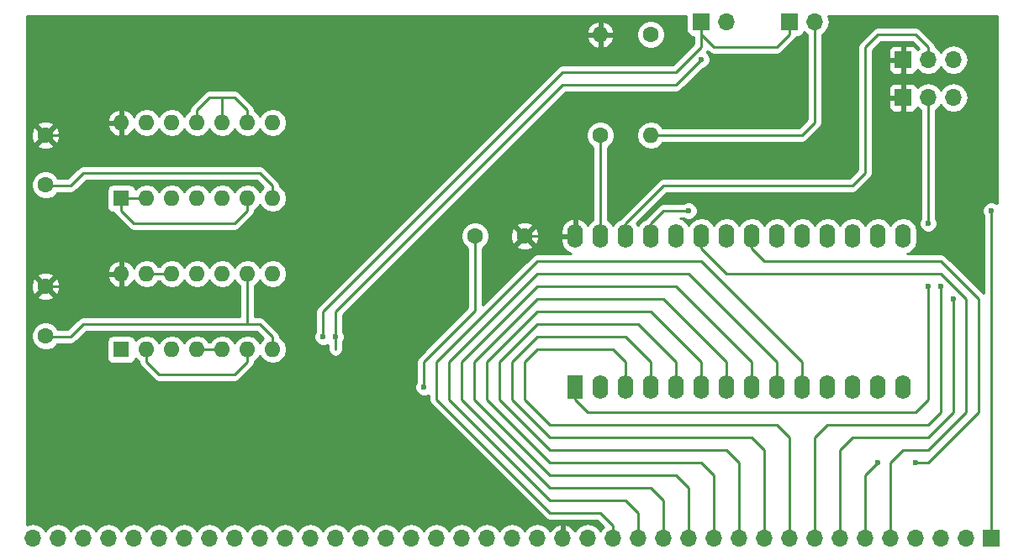
<source format=gtl>
G04 #@! TF.FileFunction,Copper,L1,Top,Signal*
%FSLAX46Y46*%
G04 Gerber Fmt 4.6, Leading zero omitted, Abs format (unit mm)*
G04 Created by KiCad (PCBNEW 4.0.6) date 05/15/17 22:01:48*
%MOMM*%
%LPD*%
G01*
G04 APERTURE LIST*
%ADD10C,0.100000*%
%ADD11C,1.600000*%
%ADD12R,1.700000X1.700000*%
%ADD13O,1.700000X1.700000*%
%ADD14O,1.600000X1.600000*%
%ADD15R,1.600000X2.400000*%
%ADD16O,1.600000X2.400000*%
%ADD17R,1.600000X1.600000*%
%ADD18C,0.600000*%
%ADD19C,0.250000*%
%ADD20C,0.254000*%
G04 APERTURE END LIST*
D10*
D11*
X160020000Y-113030000D03*
X155020000Y-113030000D03*
X111760000Y-102870000D03*
X111760000Y-107870000D03*
X111760000Y-118110000D03*
X111760000Y-123110000D03*
D12*
X207010000Y-143510000D03*
D13*
X204470000Y-143510000D03*
X201930000Y-143510000D03*
X199390000Y-143510000D03*
X196850000Y-143510000D03*
X194310000Y-143510000D03*
X191770000Y-143510000D03*
X189230000Y-143510000D03*
X186690000Y-143510000D03*
X184150000Y-143510000D03*
X181610000Y-143510000D03*
X179070000Y-143510000D03*
X176530000Y-143510000D03*
X173990000Y-143510000D03*
X171450000Y-143510000D03*
X168910000Y-143510000D03*
X166370000Y-143510000D03*
X163830000Y-143510000D03*
X161290000Y-143510000D03*
X158750000Y-143510000D03*
X156210000Y-143510000D03*
X153670000Y-143510000D03*
X151130000Y-143510000D03*
X148590000Y-143510000D03*
X146050000Y-143510000D03*
X143510000Y-143510000D03*
X140970000Y-143510000D03*
X138430000Y-143510000D03*
X135890000Y-143510000D03*
X133350000Y-143510000D03*
X130810000Y-143510000D03*
X128270000Y-143510000D03*
X125730000Y-143510000D03*
X123190000Y-143510000D03*
X120650000Y-143510000D03*
X118110000Y-143510000D03*
X115570000Y-143510000D03*
X113030000Y-143510000D03*
X110490000Y-143510000D03*
D12*
X186690000Y-91440000D03*
D13*
X189230000Y-91440000D03*
D12*
X177800000Y-91440000D03*
D13*
X180340000Y-91440000D03*
D11*
X172720000Y-92710000D03*
D14*
X172720000Y-102870000D03*
D11*
X167640000Y-102870000D03*
D14*
X167640000Y-92710000D03*
D15*
X165100000Y-128270000D03*
D16*
X198120000Y-113030000D03*
X167640000Y-128270000D03*
X195580000Y-113030000D03*
X170180000Y-128270000D03*
X193040000Y-113030000D03*
X172720000Y-128270000D03*
X190500000Y-113030000D03*
X175260000Y-128270000D03*
X187960000Y-113030000D03*
X177800000Y-128270000D03*
X185420000Y-113030000D03*
X180340000Y-128270000D03*
X182880000Y-113030000D03*
X182880000Y-128270000D03*
X180340000Y-113030000D03*
X185420000Y-128270000D03*
X177800000Y-113030000D03*
X187960000Y-128270000D03*
X175260000Y-113030000D03*
X190500000Y-128270000D03*
X172720000Y-113030000D03*
X193040000Y-128270000D03*
X170180000Y-113030000D03*
X195580000Y-128270000D03*
X167640000Y-113030000D03*
X198120000Y-128270000D03*
X165100000Y-113030000D03*
D17*
X119380000Y-109220000D03*
D14*
X134620000Y-101600000D03*
X121920000Y-109220000D03*
X132080000Y-101600000D03*
X124460000Y-109220000D03*
X129540000Y-101600000D03*
X127000000Y-109220000D03*
X127000000Y-101600000D03*
X129540000Y-109220000D03*
X124460000Y-101600000D03*
X132080000Y-109220000D03*
X121920000Y-101600000D03*
X134620000Y-109220000D03*
X119380000Y-101600000D03*
D17*
X119380000Y-124460000D03*
D14*
X134620000Y-116840000D03*
X121920000Y-124460000D03*
X132080000Y-116840000D03*
X124460000Y-124460000D03*
X129540000Y-116840000D03*
X127000000Y-124460000D03*
X127000000Y-116840000D03*
X129540000Y-124460000D03*
X124460000Y-116840000D03*
X132080000Y-124460000D03*
X121920000Y-116840000D03*
X134620000Y-124460000D03*
X119380000Y-116840000D03*
D12*
X198120000Y-95250000D03*
D13*
X200660000Y-95250000D03*
X203200000Y-95250000D03*
D12*
X198120000Y-99060000D03*
D13*
X200660000Y-99060000D03*
X203200000Y-99060000D03*
D18*
X149860000Y-128270000D03*
X207010000Y-110490000D03*
X195580000Y-135890000D03*
X199390000Y-135890000D03*
X203200000Y-119380000D03*
X176530000Y-110490000D03*
X201930000Y-118110000D03*
X177800000Y-95250000D03*
X140970000Y-123190000D03*
X200660000Y-111760000D03*
X200660000Y-118110000D03*
X139700000Y-123190000D03*
D19*
X119380000Y-116840000D02*
X116840000Y-116840000D01*
X114300000Y-118110000D02*
X115570000Y-116840000D01*
X115570000Y-116840000D02*
X116840000Y-116840000D01*
X114300000Y-118110000D02*
X111760000Y-118110000D01*
X119380000Y-101600000D02*
X116840000Y-101600000D01*
X113030000Y-102870000D02*
X114300000Y-101600000D01*
X114300000Y-101600000D02*
X116840000Y-101600000D01*
X113030000Y-102870000D02*
X111760000Y-102870000D01*
X160020000Y-113030000D02*
X165100000Y-113030000D01*
X155020000Y-113030000D02*
X155020000Y-120570000D01*
X149860000Y-125730000D02*
X149860000Y-128270000D01*
X155020000Y-120570000D02*
X149860000Y-125730000D01*
X121920000Y-116840000D02*
X124460000Y-116840000D01*
X132080000Y-116840000D02*
X132080000Y-121920000D01*
X134620000Y-109220000D02*
X134620000Y-107950000D01*
X114300000Y-107950000D02*
X111840000Y-107950000D01*
X115570000Y-106680000D02*
X114300000Y-107950000D01*
X133350000Y-106680000D02*
X115570000Y-106680000D01*
X134620000Y-107950000D02*
X133350000Y-106680000D01*
X111840000Y-107950000D02*
X111760000Y-107870000D01*
X134620000Y-124460000D02*
X134620000Y-123190000D01*
X130810000Y-121920000D02*
X121920000Y-121920000D01*
X132080000Y-121920000D02*
X130810000Y-121920000D01*
X121920000Y-121920000D02*
X115570000Y-121920000D01*
X114300000Y-123190000D02*
X111840000Y-123190000D01*
X115570000Y-121920000D02*
X114300000Y-123190000D01*
X133350000Y-121920000D02*
X132080000Y-121920000D01*
X134620000Y-123190000D02*
X133350000Y-121920000D01*
X111840000Y-123190000D02*
X111760000Y-123110000D01*
X207010000Y-143510000D02*
X207010000Y-110490000D01*
X204470000Y-119380000D02*
X201930000Y-116840000D01*
X196850000Y-143510000D02*
X196850000Y-135890000D01*
X204470000Y-123190000D02*
X204470000Y-130810000D01*
X204470000Y-130810000D02*
X200660000Y-134620000D01*
X200660000Y-134620000D02*
X198120000Y-134620000D01*
X198120000Y-134620000D02*
X196850000Y-135890000D01*
X204470000Y-123190000D02*
X204470000Y-119380000D01*
X177800000Y-114300000D02*
X177800000Y-113030000D01*
X180340000Y-116840000D02*
X177800000Y-114300000D01*
X201930000Y-116840000D02*
X180340000Y-116840000D01*
X205740000Y-119380000D02*
X201930000Y-115570000D01*
X194310000Y-137160000D02*
X195580000Y-135890000D01*
X199390000Y-135890000D02*
X200660000Y-135890000D01*
X200660000Y-135890000D02*
X205740000Y-130810000D01*
X205740000Y-130810000D02*
X205740000Y-123190000D01*
X194310000Y-143510000D02*
X194310000Y-137160000D01*
X205740000Y-119380000D02*
X205740000Y-123190000D01*
X182880000Y-114300000D02*
X182880000Y-113030000D01*
X184150000Y-115570000D02*
X182880000Y-114300000D01*
X201930000Y-115570000D02*
X184150000Y-115570000D01*
X203200000Y-123190000D02*
X203200000Y-119380000D01*
X191770000Y-134620000D02*
X193040000Y-133350000D01*
X193040000Y-133350000D02*
X200660000Y-133350000D01*
X200660000Y-133350000D02*
X203200000Y-130810000D01*
X203200000Y-130810000D02*
X203200000Y-123190000D01*
X191770000Y-143510000D02*
X191770000Y-134620000D01*
X201930000Y-120650000D02*
X201930000Y-118110000D01*
X189230000Y-143510000D02*
X189230000Y-133350000D01*
X201930000Y-130810000D02*
X201930000Y-120650000D01*
X200660000Y-132080000D02*
X201930000Y-130810000D01*
X190500000Y-132080000D02*
X200660000Y-132080000D01*
X189230000Y-133350000D02*
X190500000Y-132080000D01*
X172720000Y-111760000D02*
X172720000Y-113030000D01*
X173990000Y-110490000D02*
X172720000Y-111760000D01*
X176530000Y-110490000D02*
X173990000Y-110490000D01*
X170180000Y-128270000D02*
X170180000Y-125730000D01*
X186690000Y-133350000D02*
X186690000Y-143510000D01*
X185420000Y-132080000D02*
X186690000Y-133350000D01*
X184150000Y-132080000D02*
X185420000Y-132080000D01*
X182880000Y-132080000D02*
X184150000Y-132080000D01*
X162560000Y-132080000D02*
X182880000Y-132080000D01*
X160020000Y-129540000D02*
X162560000Y-132080000D01*
X160020000Y-125730000D02*
X160020000Y-129540000D01*
X161290000Y-124460000D02*
X160020000Y-125730000D01*
X168910000Y-124460000D02*
X161290000Y-124460000D01*
X170180000Y-125730000D02*
X168910000Y-124460000D01*
X184150000Y-143510000D02*
X184150000Y-134620000D01*
X172720000Y-125730000D02*
X172720000Y-128270000D01*
X170180000Y-123190000D02*
X172720000Y-125730000D01*
X161290000Y-123190000D02*
X170180000Y-123190000D01*
X158750000Y-125730000D02*
X161290000Y-123190000D01*
X158750000Y-129540000D02*
X158750000Y-125730000D01*
X162560000Y-133350000D02*
X158750000Y-129540000D01*
X182880000Y-133350000D02*
X162560000Y-133350000D01*
X184150000Y-134620000D02*
X182880000Y-133350000D01*
X181610000Y-143510000D02*
X181610000Y-137160000D01*
X175260000Y-125730000D02*
X175260000Y-128270000D01*
X171450000Y-121920000D02*
X175260000Y-125730000D01*
X161290000Y-121920000D02*
X171450000Y-121920000D01*
X157480000Y-125730000D02*
X161290000Y-121920000D01*
X157480000Y-129540000D02*
X157480000Y-125730000D01*
X162560000Y-134620000D02*
X157480000Y-129540000D01*
X180340000Y-134620000D02*
X162560000Y-134620000D01*
X181610000Y-135890000D02*
X180340000Y-134620000D01*
X181610000Y-137160000D02*
X181610000Y-135890000D01*
X177800000Y-128270000D02*
X177800000Y-125730000D01*
X179070000Y-137160000D02*
X179070000Y-143510000D01*
X177800000Y-135890000D02*
X179070000Y-137160000D01*
X162560000Y-135890000D02*
X177800000Y-135890000D01*
X156210000Y-129540000D02*
X162560000Y-135890000D01*
X156210000Y-125730000D02*
X156210000Y-129540000D01*
X161290000Y-120650000D02*
X156210000Y-125730000D01*
X172720000Y-120650000D02*
X161290000Y-120650000D01*
X177800000Y-125730000D02*
X172720000Y-120650000D01*
X180340000Y-128270000D02*
X180340000Y-125730000D01*
X176530000Y-138430000D02*
X176530000Y-143510000D01*
X175260000Y-137160000D02*
X176530000Y-138430000D01*
X162560000Y-137160000D02*
X175260000Y-137160000D01*
X154940000Y-129540000D02*
X162560000Y-137160000D01*
X154940000Y-125730000D02*
X154940000Y-129540000D01*
X161290000Y-119380000D02*
X154940000Y-125730000D01*
X173990000Y-119380000D02*
X161290000Y-119380000D01*
X180340000Y-125730000D02*
X173990000Y-119380000D01*
X173990000Y-143510000D02*
X173990000Y-139700000D01*
X173990000Y-139700000D02*
X173990000Y-140970000D01*
X173990000Y-140970000D02*
X173990000Y-139700000D01*
X173990000Y-139700000D02*
X172720000Y-138430000D01*
X172720000Y-138430000D02*
X162560000Y-138430000D01*
X162560000Y-138430000D02*
X153670000Y-129540000D01*
X153670000Y-129540000D02*
X153670000Y-125730000D01*
X153670000Y-125730000D02*
X161290000Y-118110000D01*
X161290000Y-118110000D02*
X173990000Y-118110000D01*
X173990000Y-118110000D02*
X175260000Y-118110000D01*
X175260000Y-118110000D02*
X182880000Y-125730000D01*
X182880000Y-125730000D02*
X182880000Y-128270000D01*
X171450000Y-143510000D02*
X171450000Y-140970000D01*
X185420000Y-125730000D02*
X185420000Y-128270000D01*
X176530000Y-116840000D02*
X185420000Y-125730000D01*
X161290000Y-116840000D02*
X176530000Y-116840000D01*
X152400000Y-125730000D02*
X161290000Y-116840000D01*
X152400000Y-129540000D02*
X152400000Y-125730000D01*
X162560000Y-139700000D02*
X152400000Y-129540000D01*
X170180000Y-139700000D02*
X162560000Y-139700000D01*
X171450000Y-140970000D02*
X170180000Y-139700000D01*
X168910000Y-143510000D02*
X168910000Y-142240000D01*
X187960000Y-125730000D02*
X187960000Y-128270000D01*
X177800000Y-115570000D02*
X187960000Y-125730000D01*
X161290000Y-115570000D02*
X177800000Y-115570000D01*
X151130000Y-125730000D02*
X161290000Y-115570000D01*
X151130000Y-129540000D02*
X151130000Y-125730000D01*
X162560000Y-140970000D02*
X151130000Y-129540000D01*
X167640000Y-140970000D02*
X162560000Y-140970000D01*
X168910000Y-142240000D02*
X167640000Y-140970000D01*
X157480000Y-104140000D02*
X163830000Y-97790000D01*
X163830000Y-97790000D02*
X166370000Y-97790000D01*
X175260000Y-97790000D02*
X166370000Y-97790000D01*
X177800000Y-95250000D02*
X175260000Y-97790000D01*
X140970000Y-120650000D02*
X140970000Y-123190000D01*
X157480000Y-104140000D02*
X140970000Y-120650000D01*
X140970000Y-123190000D02*
X140970000Y-124460000D01*
X140970000Y-124460000D02*
X140970000Y-123190000D01*
X170180000Y-113030000D02*
X170180000Y-111760000D01*
X200660000Y-93980000D02*
X200660000Y-95250000D01*
X199390000Y-92710000D02*
X200660000Y-93980000D01*
X195580000Y-92710000D02*
X199390000Y-92710000D01*
X194310000Y-93980000D02*
X195580000Y-92710000D01*
X194310000Y-106680000D02*
X194310000Y-93980000D01*
X193040000Y-107950000D02*
X194310000Y-106680000D01*
X173990000Y-107950000D02*
X193040000Y-107950000D01*
X170180000Y-111760000D02*
X173990000Y-107950000D01*
X165100000Y-128270000D02*
X165100000Y-129540000D01*
X200660000Y-111760000D02*
X200660000Y-99060000D01*
X200660000Y-129540000D02*
X200660000Y-118110000D01*
X199390000Y-130810000D02*
X200660000Y-129540000D01*
X166370000Y-130810000D02*
X199390000Y-130810000D01*
X165100000Y-129540000D02*
X166370000Y-130810000D01*
X177800000Y-93980000D02*
X177800000Y-91440000D01*
X175260000Y-96520000D02*
X177800000Y-93980000D01*
X163830000Y-96520000D02*
X175260000Y-96520000D01*
X139700000Y-120650000D02*
X163830000Y-96520000D01*
X139700000Y-123190000D02*
X139700000Y-120650000D01*
X177800000Y-91440000D02*
X177800000Y-92710000D01*
X177800000Y-92710000D02*
X179070000Y-93980000D01*
X179070000Y-93980000D02*
X185420000Y-93980000D01*
X185420000Y-93980000D02*
X186690000Y-92710000D01*
X186690000Y-92710000D02*
X186690000Y-91440000D01*
X127000000Y-124460000D02*
X129540000Y-124460000D01*
X172720000Y-102870000D02*
X187960000Y-102870000D01*
X189230000Y-101600000D02*
X189230000Y-91440000D01*
X187960000Y-102870000D02*
X189230000Y-101600000D01*
X121920000Y-109220000D02*
X119380000Y-109220000D01*
X132080000Y-109220000D02*
X132080000Y-110490000D01*
X119380000Y-110490000D02*
X119380000Y-109220000D01*
X120650000Y-111760000D02*
X119380000Y-110490000D01*
X130810000Y-111760000D02*
X120650000Y-111760000D01*
X132080000Y-110490000D02*
X130810000Y-111760000D01*
X129540000Y-101600000D02*
X129540000Y-99060000D01*
X127000000Y-101600000D02*
X127000000Y-100330000D01*
X132080000Y-100330000D02*
X132080000Y-101600000D01*
X130810000Y-99060000D02*
X132080000Y-100330000D01*
X128270000Y-99060000D02*
X129540000Y-99060000D01*
X129540000Y-99060000D02*
X130810000Y-99060000D01*
X127000000Y-100330000D02*
X128270000Y-99060000D01*
X132080000Y-124460000D02*
X132080000Y-125730000D01*
X121920000Y-125730000D02*
X121920000Y-124460000D01*
X123190000Y-127000000D02*
X121920000Y-125730000D01*
X130810000Y-127000000D02*
X123190000Y-127000000D01*
X132080000Y-125730000D02*
X130810000Y-127000000D01*
X167640000Y-113030000D02*
X167640000Y-102870000D01*
D20*
G36*
X176302560Y-92290000D02*
X176346838Y-92525317D01*
X176485910Y-92741441D01*
X176698110Y-92886431D01*
X176950000Y-92937440D01*
X177040000Y-92937440D01*
X177040000Y-93665198D01*
X174945198Y-95760000D01*
X163830000Y-95760000D01*
X163539160Y-95817852D01*
X163292599Y-95982599D01*
X139162599Y-120112599D01*
X138997852Y-120359161D01*
X138940000Y-120650000D01*
X138940000Y-122627537D01*
X138907808Y-122659673D01*
X138765162Y-123003201D01*
X138764838Y-123375167D01*
X138906883Y-123718943D01*
X139169673Y-123982192D01*
X139513201Y-124124838D01*
X139885167Y-124125162D01*
X140210000Y-123990944D01*
X140210000Y-124460000D01*
X140267852Y-124750839D01*
X140432599Y-124997401D01*
X140679161Y-125162148D01*
X140970000Y-125220000D01*
X141260839Y-125162148D01*
X141507401Y-124997401D01*
X141672148Y-124750839D01*
X141730000Y-124460000D01*
X141730000Y-123752463D01*
X141762192Y-123720327D01*
X141904838Y-123376799D01*
X141905162Y-123004833D01*
X141763117Y-122661057D01*
X141730000Y-122627882D01*
X141730000Y-120964802D01*
X164144802Y-98550000D01*
X175260000Y-98550000D01*
X175550839Y-98492148D01*
X175797401Y-98327401D01*
X177939680Y-96185122D01*
X177985167Y-96185162D01*
X178328943Y-96043117D01*
X178592192Y-95780327D01*
X178734838Y-95436799D01*
X178735162Y-95064833D01*
X178593117Y-94721057D01*
X178358418Y-94485948D01*
X178415586Y-94400388D01*
X178532599Y-94517401D01*
X178779160Y-94682148D01*
X179070000Y-94740000D01*
X185420000Y-94740000D01*
X185710839Y-94682148D01*
X185957401Y-94517401D01*
X187227401Y-93247401D01*
X187392148Y-93000840D01*
X187404759Y-92937440D01*
X187540000Y-92937440D01*
X187775317Y-92893162D01*
X187991441Y-92754090D01*
X188136431Y-92541890D01*
X188150086Y-92474459D01*
X188179946Y-92519147D01*
X188470000Y-92712954D01*
X188470000Y-101285198D01*
X187645198Y-102110000D01*
X173923667Y-102110000D01*
X173734698Y-101827189D01*
X173269151Y-101516120D01*
X172720000Y-101406887D01*
X172170849Y-101516120D01*
X171705302Y-101827189D01*
X171394233Y-102292736D01*
X171285000Y-102841887D01*
X171285000Y-102898113D01*
X171394233Y-103447264D01*
X171705302Y-103912811D01*
X172170849Y-104223880D01*
X172720000Y-104333113D01*
X173269151Y-104223880D01*
X173734698Y-103912811D01*
X173923667Y-103630000D01*
X187960000Y-103630000D01*
X188250839Y-103572148D01*
X188497401Y-103407401D01*
X189767401Y-102137401D01*
X189932148Y-101890840D01*
X189990000Y-101600000D01*
X189990000Y-92712954D01*
X190280054Y-92519147D01*
X190601961Y-92037378D01*
X190715000Y-91469093D01*
X190715000Y-91410907D01*
X190609396Y-90880000D01*
X207570000Y-90880000D01*
X207570000Y-109727533D01*
X207540327Y-109697808D01*
X207196799Y-109555162D01*
X206824833Y-109554838D01*
X206481057Y-109696883D01*
X206217808Y-109959673D01*
X206075162Y-110303201D01*
X206074838Y-110675167D01*
X206216883Y-111018943D01*
X206250000Y-111052118D01*
X206250000Y-118815198D01*
X202467401Y-115032599D01*
X202220839Y-114867852D01*
X201930000Y-114810000D01*
X198577236Y-114810000D01*
X198669151Y-114791717D01*
X199134698Y-114480648D01*
X199445767Y-114015101D01*
X199555000Y-113465950D01*
X199555000Y-112594050D01*
X199445767Y-112044899D01*
X199134698Y-111579352D01*
X198669151Y-111268283D01*
X198120000Y-111159050D01*
X197570849Y-111268283D01*
X197105302Y-111579352D01*
X196850000Y-111961438D01*
X196594698Y-111579352D01*
X196129151Y-111268283D01*
X195580000Y-111159050D01*
X195030849Y-111268283D01*
X194565302Y-111579352D01*
X194310000Y-111961438D01*
X194054698Y-111579352D01*
X193589151Y-111268283D01*
X193040000Y-111159050D01*
X192490849Y-111268283D01*
X192025302Y-111579352D01*
X191770000Y-111961438D01*
X191514698Y-111579352D01*
X191049151Y-111268283D01*
X190500000Y-111159050D01*
X189950849Y-111268283D01*
X189485302Y-111579352D01*
X189230000Y-111961438D01*
X188974698Y-111579352D01*
X188509151Y-111268283D01*
X187960000Y-111159050D01*
X187410849Y-111268283D01*
X186945302Y-111579352D01*
X186690000Y-111961438D01*
X186434698Y-111579352D01*
X185969151Y-111268283D01*
X185420000Y-111159050D01*
X184870849Y-111268283D01*
X184405302Y-111579352D01*
X184150000Y-111961438D01*
X183894698Y-111579352D01*
X183429151Y-111268283D01*
X182880000Y-111159050D01*
X182330849Y-111268283D01*
X181865302Y-111579352D01*
X181610000Y-111961438D01*
X181354698Y-111579352D01*
X180889151Y-111268283D01*
X180340000Y-111159050D01*
X179790849Y-111268283D01*
X179325302Y-111579352D01*
X179070000Y-111961438D01*
X178814698Y-111579352D01*
X178349151Y-111268283D01*
X177800000Y-111159050D01*
X177250849Y-111268283D01*
X176785302Y-111579352D01*
X176530000Y-111961438D01*
X176274698Y-111579352D01*
X175809151Y-111268283D01*
X175717236Y-111250000D01*
X175967537Y-111250000D01*
X175999673Y-111282192D01*
X176343201Y-111424838D01*
X176715167Y-111425162D01*
X177058943Y-111283117D01*
X177322192Y-111020327D01*
X177464838Y-110676799D01*
X177465162Y-110304833D01*
X177323117Y-109961057D01*
X177060327Y-109697808D01*
X176716799Y-109555162D01*
X176344833Y-109554838D01*
X176001057Y-109696883D01*
X175967882Y-109730000D01*
X173990000Y-109730000D01*
X173699160Y-109787852D01*
X173452599Y-109952599D01*
X172182599Y-111222599D01*
X172136931Y-111290946D01*
X171705302Y-111579352D01*
X171450000Y-111961438D01*
X171291130Y-111723672D01*
X174304802Y-108710000D01*
X193040000Y-108710000D01*
X193330839Y-108652148D01*
X193577401Y-108487401D01*
X194847401Y-107217401D01*
X195012148Y-106970840D01*
X195070000Y-106680000D01*
X195070000Y-99345750D01*
X196635000Y-99345750D01*
X196635000Y-100036309D01*
X196731673Y-100269698D01*
X196910301Y-100448327D01*
X197143690Y-100545000D01*
X197834250Y-100545000D01*
X197993000Y-100386250D01*
X197993000Y-99187000D01*
X196793750Y-99187000D01*
X196635000Y-99345750D01*
X195070000Y-99345750D01*
X195070000Y-98083691D01*
X196635000Y-98083691D01*
X196635000Y-98774250D01*
X196793750Y-98933000D01*
X197993000Y-98933000D01*
X197993000Y-97733750D01*
X198247000Y-97733750D01*
X198247000Y-98933000D01*
X198267000Y-98933000D01*
X198267000Y-99187000D01*
X198247000Y-99187000D01*
X198247000Y-100386250D01*
X198405750Y-100545000D01*
X199096310Y-100545000D01*
X199329699Y-100448327D01*
X199508327Y-100269698D01*
X199580597Y-100095223D01*
X199609946Y-100139147D01*
X199900000Y-100332954D01*
X199900000Y-111197537D01*
X199867808Y-111229673D01*
X199725162Y-111573201D01*
X199724838Y-111945167D01*
X199866883Y-112288943D01*
X200129673Y-112552192D01*
X200473201Y-112694838D01*
X200845167Y-112695162D01*
X201188943Y-112553117D01*
X201452192Y-112290327D01*
X201594838Y-111946799D01*
X201595162Y-111574833D01*
X201453117Y-111231057D01*
X201420000Y-111197882D01*
X201420000Y-100332954D01*
X201710054Y-100139147D01*
X201930000Y-99809974D01*
X202149946Y-100139147D01*
X202631715Y-100461054D01*
X203200000Y-100574093D01*
X203768285Y-100461054D01*
X204250054Y-100139147D01*
X204571961Y-99657378D01*
X204685000Y-99089093D01*
X204685000Y-99030907D01*
X204571961Y-98462622D01*
X204250054Y-97980853D01*
X203768285Y-97658946D01*
X203200000Y-97545907D01*
X202631715Y-97658946D01*
X202149946Y-97980853D01*
X201930000Y-98310026D01*
X201710054Y-97980853D01*
X201228285Y-97658946D01*
X200660000Y-97545907D01*
X200091715Y-97658946D01*
X199609946Y-97980853D01*
X199580597Y-98024777D01*
X199508327Y-97850302D01*
X199329699Y-97671673D01*
X199096310Y-97575000D01*
X198405750Y-97575000D01*
X198247000Y-97733750D01*
X197993000Y-97733750D01*
X197834250Y-97575000D01*
X197143690Y-97575000D01*
X196910301Y-97671673D01*
X196731673Y-97850302D01*
X196635000Y-98083691D01*
X195070000Y-98083691D01*
X195070000Y-95535750D01*
X196635000Y-95535750D01*
X196635000Y-96226309D01*
X196731673Y-96459698D01*
X196910301Y-96638327D01*
X197143690Y-96735000D01*
X197834250Y-96735000D01*
X197993000Y-96576250D01*
X197993000Y-95377000D01*
X196793750Y-95377000D01*
X196635000Y-95535750D01*
X195070000Y-95535750D01*
X195070000Y-94294802D01*
X195091111Y-94273691D01*
X196635000Y-94273691D01*
X196635000Y-94964250D01*
X196793750Y-95123000D01*
X197993000Y-95123000D01*
X197993000Y-93923750D01*
X197834250Y-93765000D01*
X197143690Y-93765000D01*
X196910301Y-93861673D01*
X196731673Y-94040302D01*
X196635000Y-94273691D01*
X195091111Y-94273691D01*
X195894802Y-93470000D01*
X199075198Y-93470000D01*
X199709519Y-94104321D01*
X199609946Y-94170853D01*
X199580597Y-94214777D01*
X199508327Y-94040302D01*
X199329699Y-93861673D01*
X199096310Y-93765000D01*
X198405750Y-93765000D01*
X198247000Y-93923750D01*
X198247000Y-95123000D01*
X198267000Y-95123000D01*
X198267000Y-95377000D01*
X198247000Y-95377000D01*
X198247000Y-96576250D01*
X198405750Y-96735000D01*
X199096310Y-96735000D01*
X199329699Y-96638327D01*
X199508327Y-96459698D01*
X199580597Y-96285223D01*
X199609946Y-96329147D01*
X200091715Y-96651054D01*
X200660000Y-96764093D01*
X201228285Y-96651054D01*
X201710054Y-96329147D01*
X201930000Y-95999974D01*
X202149946Y-96329147D01*
X202631715Y-96651054D01*
X203200000Y-96764093D01*
X203768285Y-96651054D01*
X204250054Y-96329147D01*
X204571961Y-95847378D01*
X204685000Y-95279093D01*
X204685000Y-95220907D01*
X204571961Y-94652622D01*
X204250054Y-94170853D01*
X203768285Y-93848946D01*
X203200000Y-93735907D01*
X202631715Y-93848946D01*
X202149946Y-94170853D01*
X201930000Y-94500026D01*
X201710054Y-94170853D01*
X201419322Y-93976593D01*
X201393932Y-93848946D01*
X201362148Y-93689160D01*
X201197401Y-93442599D01*
X199927401Y-92172599D01*
X199680839Y-92007852D01*
X199390000Y-91950000D01*
X195580000Y-91950000D01*
X195289160Y-92007852D01*
X195042599Y-92172599D01*
X193772599Y-93442599D01*
X193607852Y-93689161D01*
X193550000Y-93980000D01*
X193550000Y-106365198D01*
X192725198Y-107190000D01*
X173990000Y-107190000D01*
X173699161Y-107247852D01*
X173452599Y-107412599D01*
X169642599Y-111222599D01*
X169596931Y-111290946D01*
X169165302Y-111579352D01*
X168910000Y-111961438D01*
X168654698Y-111579352D01*
X168400000Y-111409168D01*
X168400000Y-104108646D01*
X168451800Y-104087243D01*
X168855824Y-103683923D01*
X169074750Y-103156691D01*
X169075248Y-102585813D01*
X168857243Y-102058200D01*
X168453923Y-101654176D01*
X167926691Y-101435250D01*
X167355813Y-101434752D01*
X166828200Y-101652757D01*
X166424176Y-102056077D01*
X166205250Y-102583309D01*
X166204752Y-103154187D01*
X166422757Y-103681800D01*
X166826077Y-104085824D01*
X166880000Y-104108215D01*
X166880000Y-111409168D01*
X166625302Y-111579352D01*
X166372493Y-111957707D01*
X166024896Y-111525500D01*
X165531819Y-111255633D01*
X165449039Y-111238096D01*
X165227000Y-111360085D01*
X165227000Y-112903000D01*
X165247000Y-112903000D01*
X165247000Y-113157000D01*
X165227000Y-113157000D01*
X165227000Y-113177000D01*
X164973000Y-113177000D01*
X164973000Y-113157000D01*
X163665000Y-113157000D01*
X163665000Y-113557000D01*
X163822834Y-114096483D01*
X164175104Y-114534500D01*
X164668181Y-114804367D01*
X164694770Y-114810000D01*
X161290000Y-114810000D01*
X160999161Y-114867852D01*
X160752599Y-115032599D01*
X155780000Y-120005198D01*
X155780000Y-114268646D01*
X155831800Y-114247243D01*
X156041663Y-114037745D01*
X159191861Y-114037745D01*
X159265995Y-114283864D01*
X159803223Y-114476965D01*
X160373454Y-114449778D01*
X160774005Y-114283864D01*
X160848139Y-114037745D01*
X160020000Y-113209605D01*
X159191861Y-114037745D01*
X156041663Y-114037745D01*
X156235824Y-113843923D01*
X156454750Y-113316691D01*
X156455189Y-112813223D01*
X158573035Y-112813223D01*
X158600222Y-113383454D01*
X158766136Y-113784005D01*
X159012255Y-113858139D01*
X159840395Y-113030000D01*
X160199605Y-113030000D01*
X161027745Y-113858139D01*
X161273864Y-113784005D01*
X161466965Y-113246777D01*
X161439778Y-112676546D01*
X161367893Y-112503000D01*
X163665000Y-112503000D01*
X163665000Y-112903000D01*
X164973000Y-112903000D01*
X164973000Y-111360085D01*
X164750961Y-111238096D01*
X164668181Y-111255633D01*
X164175104Y-111525500D01*
X163822834Y-111963517D01*
X163665000Y-112503000D01*
X161367893Y-112503000D01*
X161273864Y-112275995D01*
X161027745Y-112201861D01*
X160199605Y-113030000D01*
X159840395Y-113030000D01*
X159012255Y-112201861D01*
X158766136Y-112275995D01*
X158573035Y-112813223D01*
X156455189Y-112813223D01*
X156455248Y-112745813D01*
X156237243Y-112218200D01*
X156041640Y-112022255D01*
X159191861Y-112022255D01*
X160020000Y-112850395D01*
X160848139Y-112022255D01*
X160774005Y-111776136D01*
X160236777Y-111583035D01*
X159666546Y-111610222D01*
X159265995Y-111776136D01*
X159191861Y-112022255D01*
X156041640Y-112022255D01*
X155833923Y-111814176D01*
X155306691Y-111595250D01*
X154735813Y-111594752D01*
X154208200Y-111812757D01*
X153804176Y-112216077D01*
X153585250Y-112743309D01*
X153584752Y-113314187D01*
X153802757Y-113841800D01*
X154206077Y-114245824D01*
X154260000Y-114268215D01*
X154260000Y-120255198D01*
X149322599Y-125192599D01*
X149157852Y-125439161D01*
X149100000Y-125730000D01*
X149100000Y-127707537D01*
X149067808Y-127739673D01*
X148925162Y-128083201D01*
X148924838Y-128455167D01*
X149066883Y-128798943D01*
X149329673Y-129062192D01*
X149673201Y-129204838D01*
X150045167Y-129205162D01*
X150370000Y-129070944D01*
X150370000Y-129540000D01*
X150427852Y-129830839D01*
X150592599Y-130077401D01*
X162022599Y-141507401D01*
X162269161Y-141672148D01*
X162560000Y-141730000D01*
X167325198Y-141730000D01*
X167959519Y-142364321D01*
X167859946Y-142430853D01*
X167640000Y-142760026D01*
X167420054Y-142430853D01*
X166938285Y-142108946D01*
X166370000Y-141995907D01*
X165801715Y-142108946D01*
X165319946Y-142430853D01*
X165092298Y-142771553D01*
X165025183Y-142628642D01*
X164596924Y-142238355D01*
X164186890Y-142068524D01*
X163957000Y-142189845D01*
X163957000Y-143383000D01*
X163977000Y-143383000D01*
X163977000Y-143637000D01*
X163957000Y-143637000D01*
X163957000Y-143657000D01*
X163703000Y-143657000D01*
X163703000Y-143637000D01*
X163683000Y-143637000D01*
X163683000Y-143383000D01*
X163703000Y-143383000D01*
X163703000Y-142189845D01*
X163473110Y-142068524D01*
X163063076Y-142238355D01*
X162634817Y-142628642D01*
X162567702Y-142771553D01*
X162340054Y-142430853D01*
X161858285Y-142108946D01*
X161290000Y-141995907D01*
X160721715Y-142108946D01*
X160239946Y-142430853D01*
X160020000Y-142760026D01*
X159800054Y-142430853D01*
X159318285Y-142108946D01*
X158750000Y-141995907D01*
X158181715Y-142108946D01*
X157699946Y-142430853D01*
X157480000Y-142760026D01*
X157260054Y-142430853D01*
X156778285Y-142108946D01*
X156210000Y-141995907D01*
X155641715Y-142108946D01*
X155159946Y-142430853D01*
X154940000Y-142760026D01*
X154720054Y-142430853D01*
X154238285Y-142108946D01*
X153670000Y-141995907D01*
X153101715Y-142108946D01*
X152619946Y-142430853D01*
X152400000Y-142760026D01*
X152180054Y-142430853D01*
X151698285Y-142108946D01*
X151130000Y-141995907D01*
X150561715Y-142108946D01*
X150079946Y-142430853D01*
X149860000Y-142760026D01*
X149640054Y-142430853D01*
X149158285Y-142108946D01*
X148590000Y-141995907D01*
X148021715Y-142108946D01*
X147539946Y-142430853D01*
X147320000Y-142760026D01*
X147100054Y-142430853D01*
X146618285Y-142108946D01*
X146050000Y-141995907D01*
X145481715Y-142108946D01*
X144999946Y-142430853D01*
X144780000Y-142760026D01*
X144560054Y-142430853D01*
X144078285Y-142108946D01*
X143510000Y-141995907D01*
X142941715Y-142108946D01*
X142459946Y-142430853D01*
X142240000Y-142760026D01*
X142020054Y-142430853D01*
X141538285Y-142108946D01*
X140970000Y-141995907D01*
X140401715Y-142108946D01*
X139919946Y-142430853D01*
X139700000Y-142760026D01*
X139480054Y-142430853D01*
X138998285Y-142108946D01*
X138430000Y-141995907D01*
X137861715Y-142108946D01*
X137379946Y-142430853D01*
X137160000Y-142760026D01*
X136940054Y-142430853D01*
X136458285Y-142108946D01*
X135890000Y-141995907D01*
X135321715Y-142108946D01*
X134839946Y-142430853D01*
X134620000Y-142760026D01*
X134400054Y-142430853D01*
X133918285Y-142108946D01*
X133350000Y-141995907D01*
X132781715Y-142108946D01*
X132299946Y-142430853D01*
X132080000Y-142760026D01*
X131860054Y-142430853D01*
X131378285Y-142108946D01*
X130810000Y-141995907D01*
X130241715Y-142108946D01*
X129759946Y-142430853D01*
X129540000Y-142760026D01*
X129320054Y-142430853D01*
X128838285Y-142108946D01*
X128270000Y-141995907D01*
X127701715Y-142108946D01*
X127219946Y-142430853D01*
X127000000Y-142760026D01*
X126780054Y-142430853D01*
X126298285Y-142108946D01*
X125730000Y-141995907D01*
X125161715Y-142108946D01*
X124679946Y-142430853D01*
X124460000Y-142760026D01*
X124240054Y-142430853D01*
X123758285Y-142108946D01*
X123190000Y-141995907D01*
X122621715Y-142108946D01*
X122139946Y-142430853D01*
X121920000Y-142760026D01*
X121700054Y-142430853D01*
X121218285Y-142108946D01*
X120650000Y-141995907D01*
X120081715Y-142108946D01*
X119599946Y-142430853D01*
X119380000Y-142760026D01*
X119160054Y-142430853D01*
X118678285Y-142108946D01*
X118110000Y-141995907D01*
X117541715Y-142108946D01*
X117059946Y-142430853D01*
X116840000Y-142760026D01*
X116620054Y-142430853D01*
X116138285Y-142108946D01*
X115570000Y-141995907D01*
X115001715Y-142108946D01*
X114519946Y-142430853D01*
X114300000Y-142760026D01*
X114080054Y-142430853D01*
X113598285Y-142108946D01*
X113030000Y-141995907D01*
X112461715Y-142108946D01*
X111979946Y-142430853D01*
X111760000Y-142760026D01*
X111540054Y-142430853D01*
X111058285Y-142108946D01*
X110490000Y-141995907D01*
X109930000Y-142107298D01*
X109930000Y-123394187D01*
X110324752Y-123394187D01*
X110542757Y-123921800D01*
X110946077Y-124325824D01*
X111473309Y-124544750D01*
X112044187Y-124545248D01*
X112571800Y-124327243D01*
X112949701Y-123950000D01*
X114300000Y-123950000D01*
X114590839Y-123892148D01*
X114837401Y-123727401D01*
X115884802Y-122680000D01*
X133035198Y-122680000D01*
X133705462Y-123350264D01*
X133605302Y-123417189D01*
X133350000Y-123799275D01*
X133094698Y-123417189D01*
X132629151Y-123106120D01*
X132080000Y-122996887D01*
X131530849Y-123106120D01*
X131065302Y-123417189D01*
X130810000Y-123799275D01*
X130554698Y-123417189D01*
X130089151Y-123106120D01*
X129540000Y-122996887D01*
X128990849Y-123106120D01*
X128525302Y-123417189D01*
X128336333Y-123700000D01*
X128203667Y-123700000D01*
X128014698Y-123417189D01*
X127549151Y-123106120D01*
X127000000Y-122996887D01*
X126450849Y-123106120D01*
X125985302Y-123417189D01*
X125730000Y-123799275D01*
X125474698Y-123417189D01*
X125009151Y-123106120D01*
X124460000Y-122996887D01*
X123910849Y-123106120D01*
X123445302Y-123417189D01*
X123190000Y-123799275D01*
X122934698Y-123417189D01*
X122469151Y-123106120D01*
X121920000Y-122996887D01*
X121370849Y-123106120D01*
X120905302Y-123417189D01*
X120808899Y-123561465D01*
X120783162Y-123424683D01*
X120644090Y-123208559D01*
X120431890Y-123063569D01*
X120180000Y-123012560D01*
X118580000Y-123012560D01*
X118344683Y-123056838D01*
X118128559Y-123195910D01*
X117983569Y-123408110D01*
X117932560Y-123660000D01*
X117932560Y-125260000D01*
X117976838Y-125495317D01*
X118115910Y-125711441D01*
X118328110Y-125856431D01*
X118580000Y-125907440D01*
X120180000Y-125907440D01*
X120415317Y-125863162D01*
X120631441Y-125724090D01*
X120776431Y-125511890D01*
X120807815Y-125356911D01*
X120905302Y-125502811D01*
X121160000Y-125672995D01*
X121160000Y-125730000D01*
X121217852Y-126020839D01*
X121382599Y-126267401D01*
X122652599Y-127537401D01*
X122899160Y-127702148D01*
X123190000Y-127760000D01*
X130810000Y-127760000D01*
X131100839Y-127702148D01*
X131347401Y-127537401D01*
X132617401Y-126267401D01*
X132782148Y-126020840D01*
X132840000Y-125730000D01*
X132840000Y-125672995D01*
X133094698Y-125502811D01*
X133350000Y-125120725D01*
X133605302Y-125502811D01*
X134070849Y-125813880D01*
X134620000Y-125923113D01*
X135169151Y-125813880D01*
X135634698Y-125502811D01*
X135945767Y-125037264D01*
X136055000Y-124488113D01*
X136055000Y-124431887D01*
X135945767Y-123882736D01*
X135634698Y-123417189D01*
X135380000Y-123247005D01*
X135380000Y-123190000D01*
X135322148Y-122899161D01*
X135322148Y-122899160D01*
X135157401Y-122652599D01*
X133887401Y-121382599D01*
X133640839Y-121217852D01*
X133350000Y-121160000D01*
X132840000Y-121160000D01*
X132840000Y-118052995D01*
X133094698Y-117882811D01*
X133350000Y-117500725D01*
X133605302Y-117882811D01*
X134070849Y-118193880D01*
X134620000Y-118303113D01*
X135169151Y-118193880D01*
X135634698Y-117882811D01*
X135945767Y-117417264D01*
X136055000Y-116868113D01*
X136055000Y-116811887D01*
X135945767Y-116262736D01*
X135634698Y-115797189D01*
X135169151Y-115486120D01*
X134620000Y-115376887D01*
X134070849Y-115486120D01*
X133605302Y-115797189D01*
X133350000Y-116179275D01*
X133094698Y-115797189D01*
X132629151Y-115486120D01*
X132080000Y-115376887D01*
X131530849Y-115486120D01*
X131065302Y-115797189D01*
X130810000Y-116179275D01*
X130554698Y-115797189D01*
X130089151Y-115486120D01*
X129540000Y-115376887D01*
X128990849Y-115486120D01*
X128525302Y-115797189D01*
X128270000Y-116179275D01*
X128014698Y-115797189D01*
X127549151Y-115486120D01*
X127000000Y-115376887D01*
X126450849Y-115486120D01*
X125985302Y-115797189D01*
X125730000Y-116179275D01*
X125474698Y-115797189D01*
X125009151Y-115486120D01*
X124460000Y-115376887D01*
X123910849Y-115486120D01*
X123445302Y-115797189D01*
X123256333Y-116080000D01*
X123123667Y-116080000D01*
X122934698Y-115797189D01*
X122469151Y-115486120D01*
X121920000Y-115376887D01*
X121370849Y-115486120D01*
X120905302Y-115797189D01*
X120635014Y-116201703D01*
X120532389Y-115984866D01*
X120117423Y-115608959D01*
X119729039Y-115448096D01*
X119507000Y-115570085D01*
X119507000Y-116713000D01*
X119527000Y-116713000D01*
X119527000Y-116967000D01*
X119507000Y-116967000D01*
X119507000Y-118109915D01*
X119729039Y-118231904D01*
X120117423Y-118071041D01*
X120532389Y-117695134D01*
X120635014Y-117478297D01*
X120905302Y-117882811D01*
X121370849Y-118193880D01*
X121920000Y-118303113D01*
X122469151Y-118193880D01*
X122934698Y-117882811D01*
X123123667Y-117600000D01*
X123256333Y-117600000D01*
X123445302Y-117882811D01*
X123910849Y-118193880D01*
X124460000Y-118303113D01*
X125009151Y-118193880D01*
X125474698Y-117882811D01*
X125730000Y-117500725D01*
X125985302Y-117882811D01*
X126450849Y-118193880D01*
X127000000Y-118303113D01*
X127549151Y-118193880D01*
X128014698Y-117882811D01*
X128270000Y-117500725D01*
X128525302Y-117882811D01*
X128990849Y-118193880D01*
X129540000Y-118303113D01*
X130089151Y-118193880D01*
X130554698Y-117882811D01*
X130810000Y-117500725D01*
X131065302Y-117882811D01*
X131320000Y-118052995D01*
X131320000Y-121160000D01*
X115570000Y-121160000D01*
X115279160Y-121217852D01*
X115032599Y-121382599D01*
X113985198Y-122430000D01*
X113031702Y-122430000D01*
X112977243Y-122298200D01*
X112573923Y-121894176D01*
X112046691Y-121675250D01*
X111475813Y-121674752D01*
X110948200Y-121892757D01*
X110544176Y-122296077D01*
X110325250Y-122823309D01*
X110324752Y-123394187D01*
X109930000Y-123394187D01*
X109930000Y-119117745D01*
X110931861Y-119117745D01*
X111005995Y-119363864D01*
X111543223Y-119556965D01*
X112113454Y-119529778D01*
X112514005Y-119363864D01*
X112588139Y-119117745D01*
X111760000Y-118289605D01*
X110931861Y-119117745D01*
X109930000Y-119117745D01*
X109930000Y-117893223D01*
X110313035Y-117893223D01*
X110340222Y-118463454D01*
X110506136Y-118864005D01*
X110752255Y-118938139D01*
X111580395Y-118110000D01*
X111939605Y-118110000D01*
X112767745Y-118938139D01*
X113013864Y-118864005D01*
X113206965Y-118326777D01*
X113179778Y-117756546D01*
X113013864Y-117355995D01*
X112767745Y-117281861D01*
X111939605Y-118110000D01*
X111580395Y-118110000D01*
X110752255Y-117281861D01*
X110506136Y-117355995D01*
X110313035Y-117893223D01*
X109930000Y-117893223D01*
X109930000Y-117102255D01*
X110931861Y-117102255D01*
X111760000Y-117930395D01*
X112501353Y-117189041D01*
X117988086Y-117189041D01*
X118227611Y-117695134D01*
X118642577Y-118071041D01*
X119030961Y-118231904D01*
X119253000Y-118109915D01*
X119253000Y-116967000D01*
X118109371Y-116967000D01*
X117988086Y-117189041D01*
X112501353Y-117189041D01*
X112588139Y-117102255D01*
X112514005Y-116856136D01*
X111976777Y-116663035D01*
X111406546Y-116690222D01*
X111005995Y-116856136D01*
X110931861Y-117102255D01*
X109930000Y-117102255D01*
X109930000Y-116490959D01*
X117988086Y-116490959D01*
X118109371Y-116713000D01*
X119253000Y-116713000D01*
X119253000Y-115570085D01*
X119030961Y-115448096D01*
X118642577Y-115608959D01*
X118227611Y-115984866D01*
X117988086Y-116490959D01*
X109930000Y-116490959D01*
X109930000Y-108154187D01*
X110324752Y-108154187D01*
X110542757Y-108681800D01*
X110946077Y-109085824D01*
X111473309Y-109304750D01*
X112044187Y-109305248D01*
X112571800Y-109087243D01*
X112949701Y-108710000D01*
X114300000Y-108710000D01*
X114590839Y-108652148D01*
X114837401Y-108487401D01*
X115884802Y-107440000D01*
X133035198Y-107440000D01*
X133705462Y-108110264D01*
X133605302Y-108177189D01*
X133350000Y-108559275D01*
X133094698Y-108177189D01*
X132629151Y-107866120D01*
X132080000Y-107756887D01*
X131530849Y-107866120D01*
X131065302Y-108177189D01*
X130810000Y-108559275D01*
X130554698Y-108177189D01*
X130089151Y-107866120D01*
X129540000Y-107756887D01*
X128990849Y-107866120D01*
X128525302Y-108177189D01*
X128270000Y-108559275D01*
X128014698Y-108177189D01*
X127549151Y-107866120D01*
X127000000Y-107756887D01*
X126450849Y-107866120D01*
X125985302Y-108177189D01*
X125730000Y-108559275D01*
X125474698Y-108177189D01*
X125009151Y-107866120D01*
X124460000Y-107756887D01*
X123910849Y-107866120D01*
X123445302Y-108177189D01*
X123190000Y-108559275D01*
X122934698Y-108177189D01*
X122469151Y-107866120D01*
X121920000Y-107756887D01*
X121370849Y-107866120D01*
X120905302Y-108177189D01*
X120808899Y-108321465D01*
X120783162Y-108184683D01*
X120644090Y-107968559D01*
X120431890Y-107823569D01*
X120180000Y-107772560D01*
X118580000Y-107772560D01*
X118344683Y-107816838D01*
X118128559Y-107955910D01*
X117983569Y-108168110D01*
X117932560Y-108420000D01*
X117932560Y-110020000D01*
X117976838Y-110255317D01*
X118115910Y-110471441D01*
X118328110Y-110616431D01*
X118580000Y-110667440D01*
X118655295Y-110667440D01*
X118677852Y-110780839D01*
X118842599Y-111027401D01*
X120112599Y-112297401D01*
X120359160Y-112462148D01*
X120650000Y-112520000D01*
X130810000Y-112520000D01*
X131100839Y-112462148D01*
X131347401Y-112297401D01*
X132617401Y-111027401D01*
X132782148Y-110780840D01*
X132840000Y-110490000D01*
X132840000Y-110432995D01*
X133094698Y-110262811D01*
X133350000Y-109880725D01*
X133605302Y-110262811D01*
X134070849Y-110573880D01*
X134620000Y-110683113D01*
X135169151Y-110573880D01*
X135634698Y-110262811D01*
X135945767Y-109797264D01*
X136055000Y-109248113D01*
X136055000Y-109191887D01*
X135945767Y-108642736D01*
X135634698Y-108177189D01*
X135380000Y-108007005D01*
X135380000Y-107950000D01*
X135322148Y-107659161D01*
X135322148Y-107659160D01*
X135157401Y-107412599D01*
X133887401Y-106142599D01*
X133640839Y-105977852D01*
X133350000Y-105920000D01*
X115570000Y-105920000D01*
X115279160Y-105977852D01*
X115032599Y-106142599D01*
X113985198Y-107190000D01*
X113031702Y-107190000D01*
X112977243Y-107058200D01*
X112573923Y-106654176D01*
X112046691Y-106435250D01*
X111475813Y-106434752D01*
X110948200Y-106652757D01*
X110544176Y-107056077D01*
X110325250Y-107583309D01*
X110324752Y-108154187D01*
X109930000Y-108154187D01*
X109930000Y-103877745D01*
X110931861Y-103877745D01*
X111005995Y-104123864D01*
X111543223Y-104316965D01*
X112113454Y-104289778D01*
X112514005Y-104123864D01*
X112588139Y-103877745D01*
X111760000Y-103049605D01*
X110931861Y-103877745D01*
X109930000Y-103877745D01*
X109930000Y-102653223D01*
X110313035Y-102653223D01*
X110340222Y-103223454D01*
X110506136Y-103624005D01*
X110752255Y-103698139D01*
X111580395Y-102870000D01*
X111939605Y-102870000D01*
X112767745Y-103698139D01*
X113013864Y-103624005D01*
X113206965Y-103086777D01*
X113179778Y-102516546D01*
X113013864Y-102115995D01*
X112767745Y-102041861D01*
X111939605Y-102870000D01*
X111580395Y-102870000D01*
X110752255Y-102041861D01*
X110506136Y-102115995D01*
X110313035Y-102653223D01*
X109930000Y-102653223D01*
X109930000Y-101862255D01*
X110931861Y-101862255D01*
X111760000Y-102690395D01*
X112501353Y-101949041D01*
X117988086Y-101949041D01*
X118227611Y-102455134D01*
X118642577Y-102831041D01*
X119030961Y-102991904D01*
X119253000Y-102869915D01*
X119253000Y-101727000D01*
X118109371Y-101727000D01*
X117988086Y-101949041D01*
X112501353Y-101949041D01*
X112588139Y-101862255D01*
X112514005Y-101616136D01*
X111976777Y-101423035D01*
X111406546Y-101450222D01*
X111005995Y-101616136D01*
X110931861Y-101862255D01*
X109930000Y-101862255D01*
X109930000Y-101250959D01*
X117988086Y-101250959D01*
X118109371Y-101473000D01*
X119253000Y-101473000D01*
X119253000Y-100330085D01*
X119507000Y-100330085D01*
X119507000Y-101473000D01*
X119527000Y-101473000D01*
X119527000Y-101727000D01*
X119507000Y-101727000D01*
X119507000Y-102869915D01*
X119729039Y-102991904D01*
X120117423Y-102831041D01*
X120532389Y-102455134D01*
X120635014Y-102238297D01*
X120905302Y-102642811D01*
X121370849Y-102953880D01*
X121920000Y-103063113D01*
X122469151Y-102953880D01*
X122934698Y-102642811D01*
X123190000Y-102260725D01*
X123445302Y-102642811D01*
X123910849Y-102953880D01*
X124460000Y-103063113D01*
X125009151Y-102953880D01*
X125474698Y-102642811D01*
X125730000Y-102260725D01*
X125985302Y-102642811D01*
X126450849Y-102953880D01*
X127000000Y-103063113D01*
X127549151Y-102953880D01*
X128014698Y-102642811D01*
X128270000Y-102260725D01*
X128525302Y-102642811D01*
X128990849Y-102953880D01*
X129540000Y-103063113D01*
X130089151Y-102953880D01*
X130554698Y-102642811D01*
X130810000Y-102260725D01*
X131065302Y-102642811D01*
X131530849Y-102953880D01*
X132080000Y-103063113D01*
X132629151Y-102953880D01*
X133094698Y-102642811D01*
X133350000Y-102260725D01*
X133605302Y-102642811D01*
X134070849Y-102953880D01*
X134620000Y-103063113D01*
X135169151Y-102953880D01*
X135634698Y-102642811D01*
X135945767Y-102177264D01*
X136055000Y-101628113D01*
X136055000Y-101571887D01*
X135945767Y-101022736D01*
X135634698Y-100557189D01*
X135169151Y-100246120D01*
X134620000Y-100136887D01*
X134070849Y-100246120D01*
X133605302Y-100557189D01*
X133350000Y-100939275D01*
X133094698Y-100557189D01*
X132840000Y-100387005D01*
X132840000Y-100330000D01*
X132782148Y-100039161D01*
X132782148Y-100039160D01*
X132617401Y-99792599D01*
X131347401Y-98522599D01*
X131100839Y-98357852D01*
X130810000Y-98300000D01*
X128270000Y-98300000D01*
X127979160Y-98357852D01*
X127732599Y-98522599D01*
X126462599Y-99792599D01*
X126297852Y-100039161D01*
X126240000Y-100330000D01*
X126240000Y-100387005D01*
X125985302Y-100557189D01*
X125730000Y-100939275D01*
X125474698Y-100557189D01*
X125009151Y-100246120D01*
X124460000Y-100136887D01*
X123910849Y-100246120D01*
X123445302Y-100557189D01*
X123190000Y-100939275D01*
X122934698Y-100557189D01*
X122469151Y-100246120D01*
X121920000Y-100136887D01*
X121370849Y-100246120D01*
X120905302Y-100557189D01*
X120635014Y-100961703D01*
X120532389Y-100744866D01*
X120117423Y-100368959D01*
X119729039Y-100208096D01*
X119507000Y-100330085D01*
X119253000Y-100330085D01*
X119030961Y-100208096D01*
X118642577Y-100368959D01*
X118227611Y-100744866D01*
X117988086Y-101250959D01*
X109930000Y-101250959D01*
X109930000Y-93059041D01*
X166248086Y-93059041D01*
X166487611Y-93565134D01*
X166902577Y-93941041D01*
X167290961Y-94101904D01*
X167513000Y-93979915D01*
X167513000Y-92837000D01*
X167767000Y-92837000D01*
X167767000Y-93979915D01*
X167989039Y-94101904D01*
X168377423Y-93941041D01*
X168792389Y-93565134D01*
X169031914Y-93059041D01*
X168996489Y-92994187D01*
X171284752Y-92994187D01*
X171502757Y-93521800D01*
X171906077Y-93925824D01*
X172433309Y-94144750D01*
X173004187Y-94145248D01*
X173531800Y-93927243D01*
X173935824Y-93523923D01*
X174154750Y-92996691D01*
X174155248Y-92425813D01*
X173937243Y-91898200D01*
X173533923Y-91494176D01*
X173006691Y-91275250D01*
X172435813Y-91274752D01*
X171908200Y-91492757D01*
X171504176Y-91896077D01*
X171285250Y-92423309D01*
X171284752Y-92994187D01*
X168996489Y-92994187D01*
X168910629Y-92837000D01*
X167767000Y-92837000D01*
X167513000Y-92837000D01*
X166369371Y-92837000D01*
X166248086Y-93059041D01*
X109930000Y-93059041D01*
X109930000Y-92360959D01*
X166248086Y-92360959D01*
X166369371Y-92583000D01*
X167513000Y-92583000D01*
X167513000Y-91440085D01*
X167767000Y-91440085D01*
X167767000Y-92583000D01*
X168910629Y-92583000D01*
X169031914Y-92360959D01*
X168792389Y-91854866D01*
X168377423Y-91478959D01*
X167989039Y-91318096D01*
X167767000Y-91440085D01*
X167513000Y-91440085D01*
X167290961Y-91318096D01*
X166902577Y-91478959D01*
X166487611Y-91854866D01*
X166248086Y-92360959D01*
X109930000Y-92360959D01*
X109930000Y-90880000D01*
X176302560Y-90880000D01*
X176302560Y-92290000D01*
X176302560Y-92290000D01*
G37*
X176302560Y-92290000D02*
X176346838Y-92525317D01*
X176485910Y-92741441D01*
X176698110Y-92886431D01*
X176950000Y-92937440D01*
X177040000Y-92937440D01*
X177040000Y-93665198D01*
X174945198Y-95760000D01*
X163830000Y-95760000D01*
X163539160Y-95817852D01*
X163292599Y-95982599D01*
X139162599Y-120112599D01*
X138997852Y-120359161D01*
X138940000Y-120650000D01*
X138940000Y-122627537D01*
X138907808Y-122659673D01*
X138765162Y-123003201D01*
X138764838Y-123375167D01*
X138906883Y-123718943D01*
X139169673Y-123982192D01*
X139513201Y-124124838D01*
X139885167Y-124125162D01*
X140210000Y-123990944D01*
X140210000Y-124460000D01*
X140267852Y-124750839D01*
X140432599Y-124997401D01*
X140679161Y-125162148D01*
X140970000Y-125220000D01*
X141260839Y-125162148D01*
X141507401Y-124997401D01*
X141672148Y-124750839D01*
X141730000Y-124460000D01*
X141730000Y-123752463D01*
X141762192Y-123720327D01*
X141904838Y-123376799D01*
X141905162Y-123004833D01*
X141763117Y-122661057D01*
X141730000Y-122627882D01*
X141730000Y-120964802D01*
X164144802Y-98550000D01*
X175260000Y-98550000D01*
X175550839Y-98492148D01*
X175797401Y-98327401D01*
X177939680Y-96185122D01*
X177985167Y-96185162D01*
X178328943Y-96043117D01*
X178592192Y-95780327D01*
X178734838Y-95436799D01*
X178735162Y-95064833D01*
X178593117Y-94721057D01*
X178358418Y-94485948D01*
X178415586Y-94400388D01*
X178532599Y-94517401D01*
X178779160Y-94682148D01*
X179070000Y-94740000D01*
X185420000Y-94740000D01*
X185710839Y-94682148D01*
X185957401Y-94517401D01*
X187227401Y-93247401D01*
X187392148Y-93000840D01*
X187404759Y-92937440D01*
X187540000Y-92937440D01*
X187775317Y-92893162D01*
X187991441Y-92754090D01*
X188136431Y-92541890D01*
X188150086Y-92474459D01*
X188179946Y-92519147D01*
X188470000Y-92712954D01*
X188470000Y-101285198D01*
X187645198Y-102110000D01*
X173923667Y-102110000D01*
X173734698Y-101827189D01*
X173269151Y-101516120D01*
X172720000Y-101406887D01*
X172170849Y-101516120D01*
X171705302Y-101827189D01*
X171394233Y-102292736D01*
X171285000Y-102841887D01*
X171285000Y-102898113D01*
X171394233Y-103447264D01*
X171705302Y-103912811D01*
X172170849Y-104223880D01*
X172720000Y-104333113D01*
X173269151Y-104223880D01*
X173734698Y-103912811D01*
X173923667Y-103630000D01*
X187960000Y-103630000D01*
X188250839Y-103572148D01*
X188497401Y-103407401D01*
X189767401Y-102137401D01*
X189932148Y-101890840D01*
X189990000Y-101600000D01*
X189990000Y-92712954D01*
X190280054Y-92519147D01*
X190601961Y-92037378D01*
X190715000Y-91469093D01*
X190715000Y-91410907D01*
X190609396Y-90880000D01*
X207570000Y-90880000D01*
X207570000Y-109727533D01*
X207540327Y-109697808D01*
X207196799Y-109555162D01*
X206824833Y-109554838D01*
X206481057Y-109696883D01*
X206217808Y-109959673D01*
X206075162Y-110303201D01*
X206074838Y-110675167D01*
X206216883Y-111018943D01*
X206250000Y-111052118D01*
X206250000Y-118815198D01*
X202467401Y-115032599D01*
X202220839Y-114867852D01*
X201930000Y-114810000D01*
X198577236Y-114810000D01*
X198669151Y-114791717D01*
X199134698Y-114480648D01*
X199445767Y-114015101D01*
X199555000Y-113465950D01*
X199555000Y-112594050D01*
X199445767Y-112044899D01*
X199134698Y-111579352D01*
X198669151Y-111268283D01*
X198120000Y-111159050D01*
X197570849Y-111268283D01*
X197105302Y-111579352D01*
X196850000Y-111961438D01*
X196594698Y-111579352D01*
X196129151Y-111268283D01*
X195580000Y-111159050D01*
X195030849Y-111268283D01*
X194565302Y-111579352D01*
X194310000Y-111961438D01*
X194054698Y-111579352D01*
X193589151Y-111268283D01*
X193040000Y-111159050D01*
X192490849Y-111268283D01*
X192025302Y-111579352D01*
X191770000Y-111961438D01*
X191514698Y-111579352D01*
X191049151Y-111268283D01*
X190500000Y-111159050D01*
X189950849Y-111268283D01*
X189485302Y-111579352D01*
X189230000Y-111961438D01*
X188974698Y-111579352D01*
X188509151Y-111268283D01*
X187960000Y-111159050D01*
X187410849Y-111268283D01*
X186945302Y-111579352D01*
X186690000Y-111961438D01*
X186434698Y-111579352D01*
X185969151Y-111268283D01*
X185420000Y-111159050D01*
X184870849Y-111268283D01*
X184405302Y-111579352D01*
X184150000Y-111961438D01*
X183894698Y-111579352D01*
X183429151Y-111268283D01*
X182880000Y-111159050D01*
X182330849Y-111268283D01*
X181865302Y-111579352D01*
X181610000Y-111961438D01*
X181354698Y-111579352D01*
X180889151Y-111268283D01*
X180340000Y-111159050D01*
X179790849Y-111268283D01*
X179325302Y-111579352D01*
X179070000Y-111961438D01*
X178814698Y-111579352D01*
X178349151Y-111268283D01*
X177800000Y-111159050D01*
X177250849Y-111268283D01*
X176785302Y-111579352D01*
X176530000Y-111961438D01*
X176274698Y-111579352D01*
X175809151Y-111268283D01*
X175717236Y-111250000D01*
X175967537Y-111250000D01*
X175999673Y-111282192D01*
X176343201Y-111424838D01*
X176715167Y-111425162D01*
X177058943Y-111283117D01*
X177322192Y-111020327D01*
X177464838Y-110676799D01*
X177465162Y-110304833D01*
X177323117Y-109961057D01*
X177060327Y-109697808D01*
X176716799Y-109555162D01*
X176344833Y-109554838D01*
X176001057Y-109696883D01*
X175967882Y-109730000D01*
X173990000Y-109730000D01*
X173699160Y-109787852D01*
X173452599Y-109952599D01*
X172182599Y-111222599D01*
X172136931Y-111290946D01*
X171705302Y-111579352D01*
X171450000Y-111961438D01*
X171291130Y-111723672D01*
X174304802Y-108710000D01*
X193040000Y-108710000D01*
X193330839Y-108652148D01*
X193577401Y-108487401D01*
X194847401Y-107217401D01*
X195012148Y-106970840D01*
X195070000Y-106680000D01*
X195070000Y-99345750D01*
X196635000Y-99345750D01*
X196635000Y-100036309D01*
X196731673Y-100269698D01*
X196910301Y-100448327D01*
X197143690Y-100545000D01*
X197834250Y-100545000D01*
X197993000Y-100386250D01*
X197993000Y-99187000D01*
X196793750Y-99187000D01*
X196635000Y-99345750D01*
X195070000Y-99345750D01*
X195070000Y-98083691D01*
X196635000Y-98083691D01*
X196635000Y-98774250D01*
X196793750Y-98933000D01*
X197993000Y-98933000D01*
X197993000Y-97733750D01*
X198247000Y-97733750D01*
X198247000Y-98933000D01*
X198267000Y-98933000D01*
X198267000Y-99187000D01*
X198247000Y-99187000D01*
X198247000Y-100386250D01*
X198405750Y-100545000D01*
X199096310Y-100545000D01*
X199329699Y-100448327D01*
X199508327Y-100269698D01*
X199580597Y-100095223D01*
X199609946Y-100139147D01*
X199900000Y-100332954D01*
X199900000Y-111197537D01*
X199867808Y-111229673D01*
X199725162Y-111573201D01*
X199724838Y-111945167D01*
X199866883Y-112288943D01*
X200129673Y-112552192D01*
X200473201Y-112694838D01*
X200845167Y-112695162D01*
X201188943Y-112553117D01*
X201452192Y-112290327D01*
X201594838Y-111946799D01*
X201595162Y-111574833D01*
X201453117Y-111231057D01*
X201420000Y-111197882D01*
X201420000Y-100332954D01*
X201710054Y-100139147D01*
X201930000Y-99809974D01*
X202149946Y-100139147D01*
X202631715Y-100461054D01*
X203200000Y-100574093D01*
X203768285Y-100461054D01*
X204250054Y-100139147D01*
X204571961Y-99657378D01*
X204685000Y-99089093D01*
X204685000Y-99030907D01*
X204571961Y-98462622D01*
X204250054Y-97980853D01*
X203768285Y-97658946D01*
X203200000Y-97545907D01*
X202631715Y-97658946D01*
X202149946Y-97980853D01*
X201930000Y-98310026D01*
X201710054Y-97980853D01*
X201228285Y-97658946D01*
X200660000Y-97545907D01*
X200091715Y-97658946D01*
X199609946Y-97980853D01*
X199580597Y-98024777D01*
X199508327Y-97850302D01*
X199329699Y-97671673D01*
X199096310Y-97575000D01*
X198405750Y-97575000D01*
X198247000Y-97733750D01*
X197993000Y-97733750D01*
X197834250Y-97575000D01*
X197143690Y-97575000D01*
X196910301Y-97671673D01*
X196731673Y-97850302D01*
X196635000Y-98083691D01*
X195070000Y-98083691D01*
X195070000Y-95535750D01*
X196635000Y-95535750D01*
X196635000Y-96226309D01*
X196731673Y-96459698D01*
X196910301Y-96638327D01*
X197143690Y-96735000D01*
X197834250Y-96735000D01*
X197993000Y-96576250D01*
X197993000Y-95377000D01*
X196793750Y-95377000D01*
X196635000Y-95535750D01*
X195070000Y-95535750D01*
X195070000Y-94294802D01*
X195091111Y-94273691D01*
X196635000Y-94273691D01*
X196635000Y-94964250D01*
X196793750Y-95123000D01*
X197993000Y-95123000D01*
X197993000Y-93923750D01*
X197834250Y-93765000D01*
X197143690Y-93765000D01*
X196910301Y-93861673D01*
X196731673Y-94040302D01*
X196635000Y-94273691D01*
X195091111Y-94273691D01*
X195894802Y-93470000D01*
X199075198Y-93470000D01*
X199709519Y-94104321D01*
X199609946Y-94170853D01*
X199580597Y-94214777D01*
X199508327Y-94040302D01*
X199329699Y-93861673D01*
X199096310Y-93765000D01*
X198405750Y-93765000D01*
X198247000Y-93923750D01*
X198247000Y-95123000D01*
X198267000Y-95123000D01*
X198267000Y-95377000D01*
X198247000Y-95377000D01*
X198247000Y-96576250D01*
X198405750Y-96735000D01*
X199096310Y-96735000D01*
X199329699Y-96638327D01*
X199508327Y-96459698D01*
X199580597Y-96285223D01*
X199609946Y-96329147D01*
X200091715Y-96651054D01*
X200660000Y-96764093D01*
X201228285Y-96651054D01*
X201710054Y-96329147D01*
X201930000Y-95999974D01*
X202149946Y-96329147D01*
X202631715Y-96651054D01*
X203200000Y-96764093D01*
X203768285Y-96651054D01*
X204250054Y-96329147D01*
X204571961Y-95847378D01*
X204685000Y-95279093D01*
X204685000Y-95220907D01*
X204571961Y-94652622D01*
X204250054Y-94170853D01*
X203768285Y-93848946D01*
X203200000Y-93735907D01*
X202631715Y-93848946D01*
X202149946Y-94170853D01*
X201930000Y-94500026D01*
X201710054Y-94170853D01*
X201419322Y-93976593D01*
X201393932Y-93848946D01*
X201362148Y-93689160D01*
X201197401Y-93442599D01*
X199927401Y-92172599D01*
X199680839Y-92007852D01*
X199390000Y-91950000D01*
X195580000Y-91950000D01*
X195289160Y-92007852D01*
X195042599Y-92172599D01*
X193772599Y-93442599D01*
X193607852Y-93689161D01*
X193550000Y-93980000D01*
X193550000Y-106365198D01*
X192725198Y-107190000D01*
X173990000Y-107190000D01*
X173699161Y-107247852D01*
X173452599Y-107412599D01*
X169642599Y-111222599D01*
X169596931Y-111290946D01*
X169165302Y-111579352D01*
X168910000Y-111961438D01*
X168654698Y-111579352D01*
X168400000Y-111409168D01*
X168400000Y-104108646D01*
X168451800Y-104087243D01*
X168855824Y-103683923D01*
X169074750Y-103156691D01*
X169075248Y-102585813D01*
X168857243Y-102058200D01*
X168453923Y-101654176D01*
X167926691Y-101435250D01*
X167355813Y-101434752D01*
X166828200Y-101652757D01*
X166424176Y-102056077D01*
X166205250Y-102583309D01*
X166204752Y-103154187D01*
X166422757Y-103681800D01*
X166826077Y-104085824D01*
X166880000Y-104108215D01*
X166880000Y-111409168D01*
X166625302Y-111579352D01*
X166372493Y-111957707D01*
X166024896Y-111525500D01*
X165531819Y-111255633D01*
X165449039Y-111238096D01*
X165227000Y-111360085D01*
X165227000Y-112903000D01*
X165247000Y-112903000D01*
X165247000Y-113157000D01*
X165227000Y-113157000D01*
X165227000Y-113177000D01*
X164973000Y-113177000D01*
X164973000Y-113157000D01*
X163665000Y-113157000D01*
X163665000Y-113557000D01*
X163822834Y-114096483D01*
X164175104Y-114534500D01*
X164668181Y-114804367D01*
X164694770Y-114810000D01*
X161290000Y-114810000D01*
X160999161Y-114867852D01*
X160752599Y-115032599D01*
X155780000Y-120005198D01*
X155780000Y-114268646D01*
X155831800Y-114247243D01*
X156041663Y-114037745D01*
X159191861Y-114037745D01*
X159265995Y-114283864D01*
X159803223Y-114476965D01*
X160373454Y-114449778D01*
X160774005Y-114283864D01*
X160848139Y-114037745D01*
X160020000Y-113209605D01*
X159191861Y-114037745D01*
X156041663Y-114037745D01*
X156235824Y-113843923D01*
X156454750Y-113316691D01*
X156455189Y-112813223D01*
X158573035Y-112813223D01*
X158600222Y-113383454D01*
X158766136Y-113784005D01*
X159012255Y-113858139D01*
X159840395Y-113030000D01*
X160199605Y-113030000D01*
X161027745Y-113858139D01*
X161273864Y-113784005D01*
X161466965Y-113246777D01*
X161439778Y-112676546D01*
X161367893Y-112503000D01*
X163665000Y-112503000D01*
X163665000Y-112903000D01*
X164973000Y-112903000D01*
X164973000Y-111360085D01*
X164750961Y-111238096D01*
X164668181Y-111255633D01*
X164175104Y-111525500D01*
X163822834Y-111963517D01*
X163665000Y-112503000D01*
X161367893Y-112503000D01*
X161273864Y-112275995D01*
X161027745Y-112201861D01*
X160199605Y-113030000D01*
X159840395Y-113030000D01*
X159012255Y-112201861D01*
X158766136Y-112275995D01*
X158573035Y-112813223D01*
X156455189Y-112813223D01*
X156455248Y-112745813D01*
X156237243Y-112218200D01*
X156041640Y-112022255D01*
X159191861Y-112022255D01*
X160020000Y-112850395D01*
X160848139Y-112022255D01*
X160774005Y-111776136D01*
X160236777Y-111583035D01*
X159666546Y-111610222D01*
X159265995Y-111776136D01*
X159191861Y-112022255D01*
X156041640Y-112022255D01*
X155833923Y-111814176D01*
X155306691Y-111595250D01*
X154735813Y-111594752D01*
X154208200Y-111812757D01*
X153804176Y-112216077D01*
X153585250Y-112743309D01*
X153584752Y-113314187D01*
X153802757Y-113841800D01*
X154206077Y-114245824D01*
X154260000Y-114268215D01*
X154260000Y-120255198D01*
X149322599Y-125192599D01*
X149157852Y-125439161D01*
X149100000Y-125730000D01*
X149100000Y-127707537D01*
X149067808Y-127739673D01*
X148925162Y-128083201D01*
X148924838Y-128455167D01*
X149066883Y-128798943D01*
X149329673Y-129062192D01*
X149673201Y-129204838D01*
X150045167Y-129205162D01*
X150370000Y-129070944D01*
X150370000Y-129540000D01*
X150427852Y-129830839D01*
X150592599Y-130077401D01*
X162022599Y-141507401D01*
X162269161Y-141672148D01*
X162560000Y-141730000D01*
X167325198Y-141730000D01*
X167959519Y-142364321D01*
X167859946Y-142430853D01*
X167640000Y-142760026D01*
X167420054Y-142430853D01*
X166938285Y-142108946D01*
X166370000Y-141995907D01*
X165801715Y-142108946D01*
X165319946Y-142430853D01*
X165092298Y-142771553D01*
X165025183Y-142628642D01*
X164596924Y-142238355D01*
X164186890Y-142068524D01*
X163957000Y-142189845D01*
X163957000Y-143383000D01*
X163977000Y-143383000D01*
X163977000Y-143637000D01*
X163957000Y-143637000D01*
X163957000Y-143657000D01*
X163703000Y-143657000D01*
X163703000Y-143637000D01*
X163683000Y-143637000D01*
X163683000Y-143383000D01*
X163703000Y-143383000D01*
X163703000Y-142189845D01*
X163473110Y-142068524D01*
X163063076Y-142238355D01*
X162634817Y-142628642D01*
X162567702Y-142771553D01*
X162340054Y-142430853D01*
X161858285Y-142108946D01*
X161290000Y-141995907D01*
X160721715Y-142108946D01*
X160239946Y-142430853D01*
X160020000Y-142760026D01*
X159800054Y-142430853D01*
X159318285Y-142108946D01*
X158750000Y-141995907D01*
X158181715Y-142108946D01*
X157699946Y-142430853D01*
X157480000Y-142760026D01*
X157260054Y-142430853D01*
X156778285Y-142108946D01*
X156210000Y-141995907D01*
X155641715Y-142108946D01*
X155159946Y-142430853D01*
X154940000Y-142760026D01*
X154720054Y-142430853D01*
X154238285Y-142108946D01*
X153670000Y-141995907D01*
X153101715Y-142108946D01*
X152619946Y-142430853D01*
X152400000Y-142760026D01*
X152180054Y-142430853D01*
X151698285Y-142108946D01*
X151130000Y-141995907D01*
X150561715Y-142108946D01*
X150079946Y-142430853D01*
X149860000Y-142760026D01*
X149640054Y-142430853D01*
X149158285Y-142108946D01*
X148590000Y-141995907D01*
X148021715Y-142108946D01*
X147539946Y-142430853D01*
X147320000Y-142760026D01*
X147100054Y-142430853D01*
X146618285Y-142108946D01*
X146050000Y-141995907D01*
X145481715Y-142108946D01*
X144999946Y-142430853D01*
X144780000Y-142760026D01*
X144560054Y-142430853D01*
X144078285Y-142108946D01*
X143510000Y-141995907D01*
X142941715Y-142108946D01*
X142459946Y-142430853D01*
X142240000Y-142760026D01*
X142020054Y-142430853D01*
X141538285Y-142108946D01*
X140970000Y-141995907D01*
X140401715Y-142108946D01*
X139919946Y-142430853D01*
X139700000Y-142760026D01*
X139480054Y-142430853D01*
X138998285Y-142108946D01*
X138430000Y-141995907D01*
X137861715Y-142108946D01*
X137379946Y-142430853D01*
X137160000Y-142760026D01*
X136940054Y-142430853D01*
X136458285Y-142108946D01*
X135890000Y-141995907D01*
X135321715Y-142108946D01*
X134839946Y-142430853D01*
X134620000Y-142760026D01*
X134400054Y-142430853D01*
X133918285Y-142108946D01*
X133350000Y-141995907D01*
X132781715Y-142108946D01*
X132299946Y-142430853D01*
X132080000Y-142760026D01*
X131860054Y-142430853D01*
X131378285Y-142108946D01*
X130810000Y-141995907D01*
X130241715Y-142108946D01*
X129759946Y-142430853D01*
X129540000Y-142760026D01*
X129320054Y-142430853D01*
X128838285Y-142108946D01*
X128270000Y-141995907D01*
X127701715Y-142108946D01*
X127219946Y-142430853D01*
X127000000Y-142760026D01*
X126780054Y-142430853D01*
X126298285Y-142108946D01*
X125730000Y-141995907D01*
X125161715Y-142108946D01*
X124679946Y-142430853D01*
X124460000Y-142760026D01*
X124240054Y-142430853D01*
X123758285Y-142108946D01*
X123190000Y-141995907D01*
X122621715Y-142108946D01*
X122139946Y-142430853D01*
X121920000Y-142760026D01*
X121700054Y-142430853D01*
X121218285Y-142108946D01*
X120650000Y-141995907D01*
X120081715Y-142108946D01*
X119599946Y-142430853D01*
X119380000Y-142760026D01*
X119160054Y-142430853D01*
X118678285Y-142108946D01*
X118110000Y-141995907D01*
X117541715Y-142108946D01*
X117059946Y-142430853D01*
X116840000Y-142760026D01*
X116620054Y-142430853D01*
X116138285Y-142108946D01*
X115570000Y-141995907D01*
X115001715Y-142108946D01*
X114519946Y-142430853D01*
X114300000Y-142760026D01*
X114080054Y-142430853D01*
X113598285Y-142108946D01*
X113030000Y-141995907D01*
X112461715Y-142108946D01*
X111979946Y-142430853D01*
X111760000Y-142760026D01*
X111540054Y-142430853D01*
X111058285Y-142108946D01*
X110490000Y-141995907D01*
X109930000Y-142107298D01*
X109930000Y-123394187D01*
X110324752Y-123394187D01*
X110542757Y-123921800D01*
X110946077Y-124325824D01*
X111473309Y-124544750D01*
X112044187Y-124545248D01*
X112571800Y-124327243D01*
X112949701Y-123950000D01*
X114300000Y-123950000D01*
X114590839Y-123892148D01*
X114837401Y-123727401D01*
X115884802Y-122680000D01*
X133035198Y-122680000D01*
X133705462Y-123350264D01*
X133605302Y-123417189D01*
X133350000Y-123799275D01*
X133094698Y-123417189D01*
X132629151Y-123106120D01*
X132080000Y-122996887D01*
X131530849Y-123106120D01*
X131065302Y-123417189D01*
X130810000Y-123799275D01*
X130554698Y-123417189D01*
X130089151Y-123106120D01*
X129540000Y-122996887D01*
X128990849Y-123106120D01*
X128525302Y-123417189D01*
X128336333Y-123700000D01*
X128203667Y-123700000D01*
X128014698Y-123417189D01*
X127549151Y-123106120D01*
X127000000Y-122996887D01*
X126450849Y-123106120D01*
X125985302Y-123417189D01*
X125730000Y-123799275D01*
X125474698Y-123417189D01*
X125009151Y-123106120D01*
X124460000Y-122996887D01*
X123910849Y-123106120D01*
X123445302Y-123417189D01*
X123190000Y-123799275D01*
X122934698Y-123417189D01*
X122469151Y-123106120D01*
X121920000Y-122996887D01*
X121370849Y-123106120D01*
X120905302Y-123417189D01*
X120808899Y-123561465D01*
X120783162Y-123424683D01*
X120644090Y-123208559D01*
X120431890Y-123063569D01*
X120180000Y-123012560D01*
X118580000Y-123012560D01*
X118344683Y-123056838D01*
X118128559Y-123195910D01*
X117983569Y-123408110D01*
X117932560Y-123660000D01*
X117932560Y-125260000D01*
X117976838Y-125495317D01*
X118115910Y-125711441D01*
X118328110Y-125856431D01*
X118580000Y-125907440D01*
X120180000Y-125907440D01*
X120415317Y-125863162D01*
X120631441Y-125724090D01*
X120776431Y-125511890D01*
X120807815Y-125356911D01*
X120905302Y-125502811D01*
X121160000Y-125672995D01*
X121160000Y-125730000D01*
X121217852Y-126020839D01*
X121382599Y-126267401D01*
X122652599Y-127537401D01*
X122899160Y-127702148D01*
X123190000Y-127760000D01*
X130810000Y-127760000D01*
X131100839Y-127702148D01*
X131347401Y-127537401D01*
X132617401Y-126267401D01*
X132782148Y-126020840D01*
X132840000Y-125730000D01*
X132840000Y-125672995D01*
X133094698Y-125502811D01*
X133350000Y-125120725D01*
X133605302Y-125502811D01*
X134070849Y-125813880D01*
X134620000Y-125923113D01*
X135169151Y-125813880D01*
X135634698Y-125502811D01*
X135945767Y-125037264D01*
X136055000Y-124488113D01*
X136055000Y-124431887D01*
X135945767Y-123882736D01*
X135634698Y-123417189D01*
X135380000Y-123247005D01*
X135380000Y-123190000D01*
X135322148Y-122899161D01*
X135322148Y-122899160D01*
X135157401Y-122652599D01*
X133887401Y-121382599D01*
X133640839Y-121217852D01*
X133350000Y-121160000D01*
X132840000Y-121160000D01*
X132840000Y-118052995D01*
X133094698Y-117882811D01*
X133350000Y-117500725D01*
X133605302Y-117882811D01*
X134070849Y-118193880D01*
X134620000Y-118303113D01*
X135169151Y-118193880D01*
X135634698Y-117882811D01*
X135945767Y-117417264D01*
X136055000Y-116868113D01*
X136055000Y-116811887D01*
X135945767Y-116262736D01*
X135634698Y-115797189D01*
X135169151Y-115486120D01*
X134620000Y-115376887D01*
X134070849Y-115486120D01*
X133605302Y-115797189D01*
X133350000Y-116179275D01*
X133094698Y-115797189D01*
X132629151Y-115486120D01*
X132080000Y-115376887D01*
X131530849Y-115486120D01*
X131065302Y-115797189D01*
X130810000Y-116179275D01*
X130554698Y-115797189D01*
X130089151Y-115486120D01*
X129540000Y-115376887D01*
X128990849Y-115486120D01*
X128525302Y-115797189D01*
X128270000Y-116179275D01*
X128014698Y-115797189D01*
X127549151Y-115486120D01*
X127000000Y-115376887D01*
X126450849Y-115486120D01*
X125985302Y-115797189D01*
X125730000Y-116179275D01*
X125474698Y-115797189D01*
X125009151Y-115486120D01*
X124460000Y-115376887D01*
X123910849Y-115486120D01*
X123445302Y-115797189D01*
X123256333Y-116080000D01*
X123123667Y-116080000D01*
X122934698Y-115797189D01*
X122469151Y-115486120D01*
X121920000Y-115376887D01*
X121370849Y-115486120D01*
X120905302Y-115797189D01*
X120635014Y-116201703D01*
X120532389Y-115984866D01*
X120117423Y-115608959D01*
X119729039Y-115448096D01*
X119507000Y-115570085D01*
X119507000Y-116713000D01*
X119527000Y-116713000D01*
X119527000Y-116967000D01*
X119507000Y-116967000D01*
X119507000Y-118109915D01*
X119729039Y-118231904D01*
X120117423Y-118071041D01*
X120532389Y-117695134D01*
X120635014Y-117478297D01*
X120905302Y-117882811D01*
X121370849Y-118193880D01*
X121920000Y-118303113D01*
X122469151Y-118193880D01*
X122934698Y-117882811D01*
X123123667Y-117600000D01*
X123256333Y-117600000D01*
X123445302Y-117882811D01*
X123910849Y-118193880D01*
X124460000Y-118303113D01*
X125009151Y-118193880D01*
X125474698Y-117882811D01*
X125730000Y-117500725D01*
X125985302Y-117882811D01*
X126450849Y-118193880D01*
X127000000Y-118303113D01*
X127549151Y-118193880D01*
X128014698Y-117882811D01*
X128270000Y-117500725D01*
X128525302Y-117882811D01*
X128990849Y-118193880D01*
X129540000Y-118303113D01*
X130089151Y-118193880D01*
X130554698Y-117882811D01*
X130810000Y-117500725D01*
X131065302Y-117882811D01*
X131320000Y-118052995D01*
X131320000Y-121160000D01*
X115570000Y-121160000D01*
X115279160Y-121217852D01*
X115032599Y-121382599D01*
X113985198Y-122430000D01*
X113031702Y-122430000D01*
X112977243Y-122298200D01*
X112573923Y-121894176D01*
X112046691Y-121675250D01*
X111475813Y-121674752D01*
X110948200Y-121892757D01*
X110544176Y-122296077D01*
X110325250Y-122823309D01*
X110324752Y-123394187D01*
X109930000Y-123394187D01*
X109930000Y-119117745D01*
X110931861Y-119117745D01*
X111005995Y-119363864D01*
X111543223Y-119556965D01*
X112113454Y-119529778D01*
X112514005Y-119363864D01*
X112588139Y-119117745D01*
X111760000Y-118289605D01*
X110931861Y-119117745D01*
X109930000Y-119117745D01*
X109930000Y-117893223D01*
X110313035Y-117893223D01*
X110340222Y-118463454D01*
X110506136Y-118864005D01*
X110752255Y-118938139D01*
X111580395Y-118110000D01*
X111939605Y-118110000D01*
X112767745Y-118938139D01*
X113013864Y-118864005D01*
X113206965Y-118326777D01*
X113179778Y-117756546D01*
X113013864Y-117355995D01*
X112767745Y-117281861D01*
X111939605Y-118110000D01*
X111580395Y-118110000D01*
X110752255Y-117281861D01*
X110506136Y-117355995D01*
X110313035Y-117893223D01*
X109930000Y-117893223D01*
X109930000Y-117102255D01*
X110931861Y-117102255D01*
X111760000Y-117930395D01*
X112501353Y-117189041D01*
X117988086Y-117189041D01*
X118227611Y-117695134D01*
X118642577Y-118071041D01*
X119030961Y-118231904D01*
X119253000Y-118109915D01*
X119253000Y-116967000D01*
X118109371Y-116967000D01*
X117988086Y-117189041D01*
X112501353Y-117189041D01*
X112588139Y-117102255D01*
X112514005Y-116856136D01*
X111976777Y-116663035D01*
X111406546Y-116690222D01*
X111005995Y-116856136D01*
X110931861Y-117102255D01*
X109930000Y-117102255D01*
X109930000Y-116490959D01*
X117988086Y-116490959D01*
X118109371Y-116713000D01*
X119253000Y-116713000D01*
X119253000Y-115570085D01*
X119030961Y-115448096D01*
X118642577Y-115608959D01*
X118227611Y-115984866D01*
X117988086Y-116490959D01*
X109930000Y-116490959D01*
X109930000Y-108154187D01*
X110324752Y-108154187D01*
X110542757Y-108681800D01*
X110946077Y-109085824D01*
X111473309Y-109304750D01*
X112044187Y-109305248D01*
X112571800Y-109087243D01*
X112949701Y-108710000D01*
X114300000Y-108710000D01*
X114590839Y-108652148D01*
X114837401Y-108487401D01*
X115884802Y-107440000D01*
X133035198Y-107440000D01*
X133705462Y-108110264D01*
X133605302Y-108177189D01*
X133350000Y-108559275D01*
X133094698Y-108177189D01*
X132629151Y-107866120D01*
X132080000Y-107756887D01*
X131530849Y-107866120D01*
X131065302Y-108177189D01*
X130810000Y-108559275D01*
X130554698Y-108177189D01*
X130089151Y-107866120D01*
X129540000Y-107756887D01*
X128990849Y-107866120D01*
X128525302Y-108177189D01*
X128270000Y-108559275D01*
X128014698Y-108177189D01*
X127549151Y-107866120D01*
X127000000Y-107756887D01*
X126450849Y-107866120D01*
X125985302Y-108177189D01*
X125730000Y-108559275D01*
X125474698Y-108177189D01*
X125009151Y-107866120D01*
X124460000Y-107756887D01*
X123910849Y-107866120D01*
X123445302Y-108177189D01*
X123190000Y-108559275D01*
X122934698Y-108177189D01*
X122469151Y-107866120D01*
X121920000Y-107756887D01*
X121370849Y-107866120D01*
X120905302Y-108177189D01*
X120808899Y-108321465D01*
X120783162Y-108184683D01*
X120644090Y-107968559D01*
X120431890Y-107823569D01*
X120180000Y-107772560D01*
X118580000Y-107772560D01*
X118344683Y-107816838D01*
X118128559Y-107955910D01*
X117983569Y-108168110D01*
X117932560Y-108420000D01*
X117932560Y-110020000D01*
X117976838Y-110255317D01*
X118115910Y-110471441D01*
X118328110Y-110616431D01*
X118580000Y-110667440D01*
X118655295Y-110667440D01*
X118677852Y-110780839D01*
X118842599Y-111027401D01*
X120112599Y-112297401D01*
X120359160Y-112462148D01*
X120650000Y-112520000D01*
X130810000Y-112520000D01*
X131100839Y-112462148D01*
X131347401Y-112297401D01*
X132617401Y-111027401D01*
X132782148Y-110780840D01*
X132840000Y-110490000D01*
X132840000Y-110432995D01*
X133094698Y-110262811D01*
X133350000Y-109880725D01*
X133605302Y-110262811D01*
X134070849Y-110573880D01*
X134620000Y-110683113D01*
X135169151Y-110573880D01*
X135634698Y-110262811D01*
X135945767Y-109797264D01*
X136055000Y-109248113D01*
X136055000Y-109191887D01*
X135945767Y-108642736D01*
X135634698Y-108177189D01*
X135380000Y-108007005D01*
X135380000Y-107950000D01*
X135322148Y-107659161D01*
X135322148Y-107659160D01*
X135157401Y-107412599D01*
X133887401Y-106142599D01*
X133640839Y-105977852D01*
X133350000Y-105920000D01*
X115570000Y-105920000D01*
X115279160Y-105977852D01*
X115032599Y-106142599D01*
X113985198Y-107190000D01*
X113031702Y-107190000D01*
X112977243Y-107058200D01*
X112573923Y-106654176D01*
X112046691Y-106435250D01*
X111475813Y-106434752D01*
X110948200Y-106652757D01*
X110544176Y-107056077D01*
X110325250Y-107583309D01*
X110324752Y-108154187D01*
X109930000Y-108154187D01*
X109930000Y-103877745D01*
X110931861Y-103877745D01*
X111005995Y-104123864D01*
X111543223Y-104316965D01*
X112113454Y-104289778D01*
X112514005Y-104123864D01*
X112588139Y-103877745D01*
X111760000Y-103049605D01*
X110931861Y-103877745D01*
X109930000Y-103877745D01*
X109930000Y-102653223D01*
X110313035Y-102653223D01*
X110340222Y-103223454D01*
X110506136Y-103624005D01*
X110752255Y-103698139D01*
X111580395Y-102870000D01*
X111939605Y-102870000D01*
X112767745Y-103698139D01*
X113013864Y-103624005D01*
X113206965Y-103086777D01*
X113179778Y-102516546D01*
X113013864Y-102115995D01*
X112767745Y-102041861D01*
X111939605Y-102870000D01*
X111580395Y-102870000D01*
X110752255Y-102041861D01*
X110506136Y-102115995D01*
X110313035Y-102653223D01*
X109930000Y-102653223D01*
X109930000Y-101862255D01*
X110931861Y-101862255D01*
X111760000Y-102690395D01*
X112501353Y-101949041D01*
X117988086Y-101949041D01*
X118227611Y-102455134D01*
X118642577Y-102831041D01*
X119030961Y-102991904D01*
X119253000Y-102869915D01*
X119253000Y-101727000D01*
X118109371Y-101727000D01*
X117988086Y-101949041D01*
X112501353Y-101949041D01*
X112588139Y-101862255D01*
X112514005Y-101616136D01*
X111976777Y-101423035D01*
X111406546Y-101450222D01*
X111005995Y-101616136D01*
X110931861Y-101862255D01*
X109930000Y-101862255D01*
X109930000Y-101250959D01*
X117988086Y-101250959D01*
X118109371Y-101473000D01*
X119253000Y-101473000D01*
X119253000Y-100330085D01*
X119507000Y-100330085D01*
X119507000Y-101473000D01*
X119527000Y-101473000D01*
X119527000Y-101727000D01*
X119507000Y-101727000D01*
X119507000Y-102869915D01*
X119729039Y-102991904D01*
X120117423Y-102831041D01*
X120532389Y-102455134D01*
X120635014Y-102238297D01*
X120905302Y-102642811D01*
X121370849Y-102953880D01*
X121920000Y-103063113D01*
X122469151Y-102953880D01*
X122934698Y-102642811D01*
X123190000Y-102260725D01*
X123445302Y-102642811D01*
X123910849Y-102953880D01*
X124460000Y-103063113D01*
X125009151Y-102953880D01*
X125474698Y-102642811D01*
X125730000Y-102260725D01*
X125985302Y-102642811D01*
X126450849Y-102953880D01*
X127000000Y-103063113D01*
X127549151Y-102953880D01*
X128014698Y-102642811D01*
X128270000Y-102260725D01*
X128525302Y-102642811D01*
X128990849Y-102953880D01*
X129540000Y-103063113D01*
X130089151Y-102953880D01*
X130554698Y-102642811D01*
X130810000Y-102260725D01*
X131065302Y-102642811D01*
X131530849Y-102953880D01*
X132080000Y-103063113D01*
X132629151Y-102953880D01*
X133094698Y-102642811D01*
X133350000Y-102260725D01*
X133605302Y-102642811D01*
X134070849Y-102953880D01*
X134620000Y-103063113D01*
X135169151Y-102953880D01*
X135634698Y-102642811D01*
X135945767Y-102177264D01*
X136055000Y-101628113D01*
X136055000Y-101571887D01*
X135945767Y-101022736D01*
X135634698Y-100557189D01*
X135169151Y-100246120D01*
X134620000Y-100136887D01*
X134070849Y-100246120D01*
X133605302Y-100557189D01*
X133350000Y-100939275D01*
X133094698Y-100557189D01*
X132840000Y-100387005D01*
X132840000Y-100330000D01*
X132782148Y-100039161D01*
X132782148Y-100039160D01*
X132617401Y-99792599D01*
X131347401Y-98522599D01*
X131100839Y-98357852D01*
X130810000Y-98300000D01*
X128270000Y-98300000D01*
X127979160Y-98357852D01*
X127732599Y-98522599D01*
X126462599Y-99792599D01*
X126297852Y-100039161D01*
X126240000Y-100330000D01*
X126240000Y-100387005D01*
X125985302Y-100557189D01*
X125730000Y-100939275D01*
X125474698Y-100557189D01*
X125009151Y-100246120D01*
X124460000Y-100136887D01*
X123910849Y-100246120D01*
X123445302Y-100557189D01*
X123190000Y-100939275D01*
X122934698Y-100557189D01*
X122469151Y-100246120D01*
X121920000Y-100136887D01*
X121370849Y-100246120D01*
X120905302Y-100557189D01*
X120635014Y-100961703D01*
X120532389Y-100744866D01*
X120117423Y-100368959D01*
X119729039Y-100208096D01*
X119507000Y-100330085D01*
X119253000Y-100330085D01*
X119030961Y-100208096D01*
X118642577Y-100368959D01*
X118227611Y-100744866D01*
X117988086Y-101250959D01*
X109930000Y-101250959D01*
X109930000Y-93059041D01*
X166248086Y-93059041D01*
X166487611Y-93565134D01*
X166902577Y-93941041D01*
X167290961Y-94101904D01*
X167513000Y-93979915D01*
X167513000Y-92837000D01*
X167767000Y-92837000D01*
X167767000Y-93979915D01*
X167989039Y-94101904D01*
X168377423Y-93941041D01*
X168792389Y-93565134D01*
X169031914Y-93059041D01*
X168996489Y-92994187D01*
X171284752Y-92994187D01*
X171502757Y-93521800D01*
X171906077Y-93925824D01*
X172433309Y-94144750D01*
X173004187Y-94145248D01*
X173531800Y-93927243D01*
X173935824Y-93523923D01*
X174154750Y-92996691D01*
X174155248Y-92425813D01*
X173937243Y-91898200D01*
X173533923Y-91494176D01*
X173006691Y-91275250D01*
X172435813Y-91274752D01*
X171908200Y-91492757D01*
X171504176Y-91896077D01*
X171285250Y-92423309D01*
X171284752Y-92994187D01*
X168996489Y-92994187D01*
X168910629Y-92837000D01*
X167767000Y-92837000D01*
X167513000Y-92837000D01*
X166369371Y-92837000D01*
X166248086Y-93059041D01*
X109930000Y-93059041D01*
X109930000Y-92360959D01*
X166248086Y-92360959D01*
X166369371Y-92583000D01*
X167513000Y-92583000D01*
X167513000Y-91440085D01*
X167767000Y-91440085D01*
X167767000Y-92583000D01*
X168910629Y-92583000D01*
X169031914Y-92360959D01*
X168792389Y-91854866D01*
X168377423Y-91478959D01*
X167989039Y-91318096D01*
X167767000Y-91440085D01*
X167513000Y-91440085D01*
X167290961Y-91318096D01*
X166902577Y-91478959D01*
X166487611Y-91854866D01*
X166248086Y-92360959D01*
X109930000Y-92360959D01*
X109930000Y-90880000D01*
X176302560Y-90880000D01*
X176302560Y-92290000D01*
M02*

</source>
